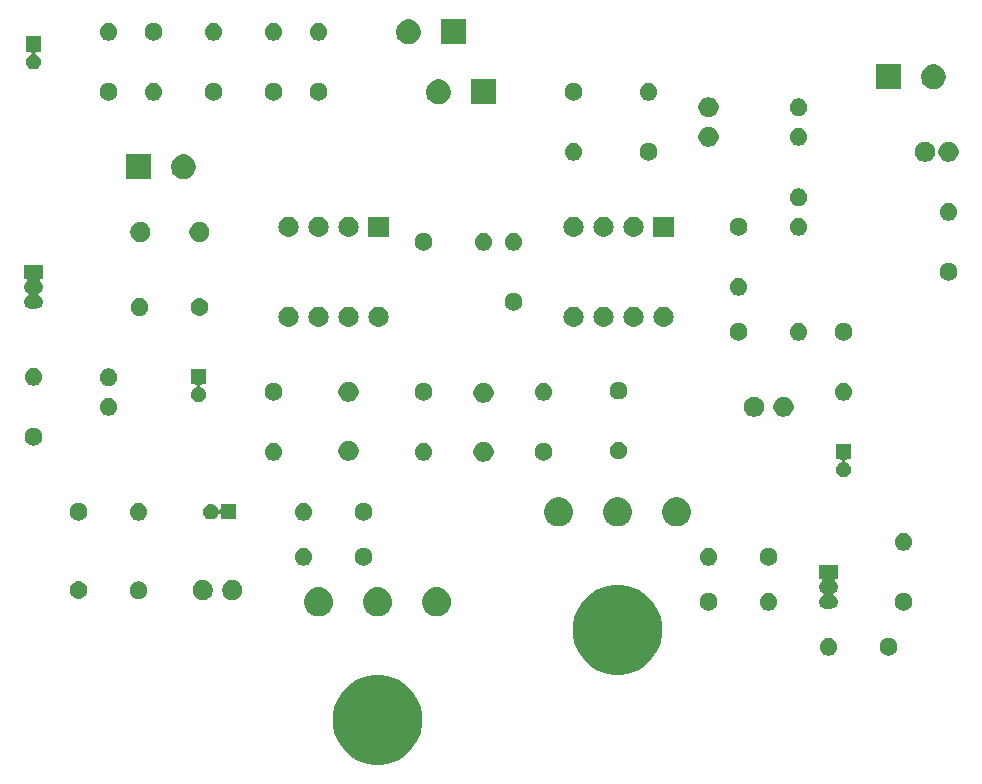
<source format=gbr>
G04 #@! TF.GenerationSoftware,KiCad,Pcbnew,5.0.2+dfsg1-1*
G04 #@! TF.CreationDate,2020-11-21T16:05:11+01:00*
G04 #@! TF.ProjectId,reverb,72657665-7262-42e6-9b69-6361645f7063,rev?*
G04 #@! TF.SameCoordinates,Original*
G04 #@! TF.FileFunction,Soldermask,Bot*
G04 #@! TF.FilePolarity,Negative*
%FSLAX46Y46*%
G04 Gerber Fmt 4.6, Leading zero omitted, Abs format (unit mm)*
G04 Created by KiCad (PCBNEW 5.0.2+dfsg1-1) date Sat 21 Nov 2020 04:05:11 PM CET*
%MOMM*%
%LPD*%
G01*
G04 APERTURE LIST*
%ADD10C,0.100000*%
G04 APERTURE END LIST*
D10*
G36*
X145808710Y-83815070D02*
X146500447Y-84101597D01*
X147122999Y-84517573D01*
X147652427Y-85047001D01*
X148068403Y-85669553D01*
X148354930Y-86361290D01*
X148501000Y-87095633D01*
X148501000Y-87844367D01*
X148354930Y-88578710D01*
X148068403Y-89270447D01*
X147652427Y-89892999D01*
X147122999Y-90422427D01*
X146500447Y-90838403D01*
X145808710Y-91124930D01*
X145074367Y-91271000D01*
X144325633Y-91271000D01*
X143591290Y-91124930D01*
X142899553Y-90838403D01*
X142277001Y-90422427D01*
X141747573Y-89892999D01*
X141331597Y-89270447D01*
X141045070Y-88578710D01*
X140899000Y-87844367D01*
X140899000Y-87095633D01*
X141045070Y-86361290D01*
X141331597Y-85669553D01*
X141747573Y-85047001D01*
X142277001Y-84517573D01*
X142899553Y-84101597D01*
X143591290Y-83815070D01*
X144325633Y-83669000D01*
X145074367Y-83669000D01*
X145808710Y-83815070D01*
X145808710Y-83815070D01*
G37*
G36*
X166128710Y-76195070D02*
X166820447Y-76481597D01*
X167442999Y-76897573D01*
X167972427Y-77427001D01*
X168388403Y-78049553D01*
X168674930Y-78741290D01*
X168821000Y-79475633D01*
X168821000Y-80224367D01*
X168674930Y-80958710D01*
X168388403Y-81650447D01*
X167972427Y-82272999D01*
X167442999Y-82802427D01*
X166820447Y-83218403D01*
X166128710Y-83504930D01*
X165394367Y-83651000D01*
X164645633Y-83651000D01*
X163911290Y-83504930D01*
X163219553Y-83218403D01*
X162597001Y-82802427D01*
X162067573Y-82272999D01*
X161651597Y-81650447D01*
X161365070Y-80958710D01*
X161219000Y-80224367D01*
X161219000Y-79475633D01*
X161365070Y-78741290D01*
X161651597Y-78049553D01*
X162067573Y-77427001D01*
X162597001Y-76897573D01*
X163219553Y-76481597D01*
X163911290Y-76195070D01*
X164645633Y-76049000D01*
X165394367Y-76049000D01*
X166128710Y-76195070D01*
X166128710Y-76195070D01*
G37*
G36*
X188033665Y-80532622D02*
X188107222Y-80539867D01*
X188248786Y-80582810D01*
X188379252Y-80652546D01*
X188493606Y-80746394D01*
X188587454Y-80860748D01*
X188657190Y-80991214D01*
X188700133Y-81132778D01*
X188714633Y-81280000D01*
X188700133Y-81427222D01*
X188657190Y-81568786D01*
X188587454Y-81699252D01*
X188493606Y-81813606D01*
X188379252Y-81907454D01*
X188248786Y-81977190D01*
X188107222Y-82020133D01*
X188033665Y-82027378D01*
X187996888Y-82031000D01*
X187923112Y-82031000D01*
X187886335Y-82027378D01*
X187812778Y-82020133D01*
X187671214Y-81977190D01*
X187540748Y-81907454D01*
X187426394Y-81813606D01*
X187332546Y-81699252D01*
X187262810Y-81568786D01*
X187219867Y-81427222D01*
X187205367Y-81280000D01*
X187219867Y-81132778D01*
X187262810Y-80991214D01*
X187332546Y-80860748D01*
X187426394Y-80746394D01*
X187540748Y-80652546D01*
X187671214Y-80582810D01*
X187812778Y-80539867D01*
X187886335Y-80532622D01*
X187923112Y-80529000D01*
X187996888Y-80529000D01*
X188033665Y-80532622D01*
X188033665Y-80532622D01*
G37*
G36*
X183008600Y-80539867D02*
X183099059Y-80557860D01*
X183235732Y-80614472D01*
X183292715Y-80652547D01*
X183358738Y-80696662D01*
X183463338Y-80801262D01*
X183463340Y-80801265D01*
X183545528Y-80924268D01*
X183602140Y-81060941D01*
X183631000Y-81206033D01*
X183631000Y-81353967D01*
X183602140Y-81499059D01*
X183545528Y-81635732D01*
X183464446Y-81757079D01*
X183463338Y-81758738D01*
X183358738Y-81863338D01*
X183358735Y-81863340D01*
X183235732Y-81945528D01*
X183099059Y-82002140D01*
X183012004Y-82019456D01*
X182953969Y-82031000D01*
X182806031Y-82031000D01*
X182747996Y-82019456D01*
X182660941Y-82002140D01*
X182524268Y-81945528D01*
X182401265Y-81863340D01*
X182401262Y-81863338D01*
X182296662Y-81758738D01*
X182295554Y-81757079D01*
X182214472Y-81635732D01*
X182157860Y-81499059D01*
X182129000Y-81353967D01*
X182129000Y-81206033D01*
X182157860Y-81060941D01*
X182214472Y-80924268D01*
X182296660Y-80801265D01*
X182296662Y-80801262D01*
X182401262Y-80696662D01*
X182467285Y-80652547D01*
X182524268Y-80614472D01*
X182660941Y-80557860D01*
X182751400Y-80539867D01*
X182806031Y-80529000D01*
X182953969Y-80529000D01*
X183008600Y-80539867D01*
X183008600Y-80539867D01*
G37*
G36*
X149898017Y-76264467D02*
X150056153Y-76295922D01*
X150148194Y-76334047D01*
X150278359Y-76387963D01*
X150478345Y-76521589D01*
X150648411Y-76691655D01*
X150782037Y-76891641D01*
X150834017Y-77017132D01*
X150874078Y-77113847D01*
X150881081Y-77149053D01*
X150921000Y-77349741D01*
X150921000Y-77590259D01*
X150897539Y-77708205D01*
X150874078Y-77826153D01*
X150847941Y-77889252D01*
X150782037Y-78048359D01*
X150648411Y-78248345D01*
X150478345Y-78418411D01*
X150278359Y-78552037D01*
X150148194Y-78605953D01*
X150056153Y-78644078D01*
X149938205Y-78667539D01*
X149820259Y-78691000D01*
X149579741Y-78691000D01*
X149343847Y-78644078D01*
X149251806Y-78605953D01*
X149121641Y-78552037D01*
X148921655Y-78418411D01*
X148751589Y-78248345D01*
X148617963Y-78048359D01*
X148552059Y-77889252D01*
X148525922Y-77826153D01*
X148479000Y-77590259D01*
X148479000Y-77349741D01*
X148518919Y-77149053D01*
X148525922Y-77113847D01*
X148565983Y-77017132D01*
X148617963Y-76891641D01*
X148751589Y-76691655D01*
X148921655Y-76521589D01*
X149121641Y-76387963D01*
X149251806Y-76334047D01*
X149343847Y-76295922D01*
X149501983Y-76264467D01*
X149579741Y-76249000D01*
X149820259Y-76249000D01*
X149898017Y-76264467D01*
X149898017Y-76264467D01*
G37*
G36*
X139898017Y-76264467D02*
X140056153Y-76295922D01*
X140148194Y-76334047D01*
X140278359Y-76387963D01*
X140478345Y-76521589D01*
X140648411Y-76691655D01*
X140782037Y-76891641D01*
X140834017Y-77017132D01*
X140874078Y-77113847D01*
X140881081Y-77149053D01*
X140921000Y-77349741D01*
X140921000Y-77590259D01*
X140897539Y-77708205D01*
X140874078Y-77826153D01*
X140847941Y-77889252D01*
X140782037Y-78048359D01*
X140648411Y-78248345D01*
X140478345Y-78418411D01*
X140278359Y-78552037D01*
X140148194Y-78605953D01*
X140056153Y-78644078D01*
X139820259Y-78691000D01*
X139579741Y-78691000D01*
X139343847Y-78644078D01*
X139251806Y-78605953D01*
X139121641Y-78552037D01*
X138921655Y-78418411D01*
X138751589Y-78248345D01*
X138617963Y-78048359D01*
X138552059Y-77889252D01*
X138525922Y-77826153D01*
X138479000Y-77590259D01*
X138479000Y-77349741D01*
X138518919Y-77149053D01*
X138525922Y-77113847D01*
X138565983Y-77017132D01*
X138617963Y-76891641D01*
X138751589Y-76691655D01*
X138921655Y-76521589D01*
X139121641Y-76387963D01*
X139251806Y-76334047D01*
X139343847Y-76295922D01*
X139501983Y-76264467D01*
X139579741Y-76249000D01*
X139820259Y-76249000D01*
X139898017Y-76264467D01*
X139898017Y-76264467D01*
G37*
G36*
X144898017Y-76264467D02*
X145056153Y-76295922D01*
X145148194Y-76334047D01*
X145278359Y-76387963D01*
X145478345Y-76521589D01*
X145648411Y-76691655D01*
X145782037Y-76891641D01*
X145834017Y-77017132D01*
X145874078Y-77113847D01*
X145881081Y-77149053D01*
X145921000Y-77349741D01*
X145921000Y-77590259D01*
X145897539Y-77708205D01*
X145874078Y-77826153D01*
X145847941Y-77889252D01*
X145782037Y-78048359D01*
X145648411Y-78248345D01*
X145478345Y-78418411D01*
X145278359Y-78552037D01*
X145148194Y-78605953D01*
X145056153Y-78644078D01*
X144938205Y-78667539D01*
X144820259Y-78691000D01*
X144579741Y-78691000D01*
X144343847Y-78644078D01*
X144251806Y-78605953D01*
X144121641Y-78552037D01*
X143921655Y-78418411D01*
X143751589Y-78248345D01*
X143617963Y-78048359D01*
X143552059Y-77889252D01*
X143525922Y-77826153D01*
X143479000Y-77590259D01*
X143479000Y-77349741D01*
X143518919Y-77149053D01*
X143525922Y-77113847D01*
X143565983Y-77017132D01*
X143617963Y-76891641D01*
X143751589Y-76691655D01*
X143921655Y-76521589D01*
X144121641Y-76387963D01*
X144251806Y-76334047D01*
X144343847Y-76295922D01*
X144501983Y-76264467D01*
X144579741Y-76249000D01*
X144820259Y-76249000D01*
X144898017Y-76264467D01*
X144898017Y-76264467D01*
G37*
G36*
X172793665Y-76722622D02*
X172867222Y-76729867D01*
X173008786Y-76772810D01*
X173139252Y-76842546D01*
X173253606Y-76936394D01*
X173347454Y-77050748D01*
X173417190Y-77181214D01*
X173460133Y-77322778D01*
X173474633Y-77470000D01*
X173460133Y-77617222D01*
X173417190Y-77758786D01*
X173347454Y-77889252D01*
X173253606Y-78003606D01*
X173139252Y-78097454D01*
X173008786Y-78167190D01*
X172867222Y-78210133D01*
X172793665Y-78217378D01*
X172756888Y-78221000D01*
X172683112Y-78221000D01*
X172646335Y-78217378D01*
X172572778Y-78210133D01*
X172431214Y-78167190D01*
X172300748Y-78097454D01*
X172186394Y-78003606D01*
X172092546Y-77889252D01*
X172022810Y-77758786D01*
X171979867Y-77617222D01*
X171965367Y-77470000D01*
X171979867Y-77322778D01*
X172022810Y-77181214D01*
X172092546Y-77050748D01*
X172186394Y-76936394D01*
X172300748Y-76842546D01*
X172431214Y-76772810D01*
X172572778Y-76729867D01*
X172646335Y-76722622D01*
X172683112Y-76719000D01*
X172756888Y-76719000D01*
X172793665Y-76722622D01*
X172793665Y-76722622D01*
G37*
G36*
X177928600Y-76729867D02*
X178019059Y-76747860D01*
X178155732Y-76804472D01*
X178212715Y-76842547D01*
X178278738Y-76886662D01*
X178383338Y-76991262D01*
X178383340Y-76991265D01*
X178465528Y-77114268D01*
X178522140Y-77250941D01*
X178551000Y-77396033D01*
X178551000Y-77543967D01*
X178522140Y-77689059D01*
X178465528Y-77825732D01*
X178384446Y-77947079D01*
X178383338Y-77948738D01*
X178278738Y-78053338D01*
X178278735Y-78053340D01*
X178155732Y-78135528D01*
X178019059Y-78192140D01*
X177932004Y-78209456D01*
X177873969Y-78221000D01*
X177726031Y-78221000D01*
X177667996Y-78209456D01*
X177580941Y-78192140D01*
X177444268Y-78135528D01*
X177321265Y-78053340D01*
X177321262Y-78053338D01*
X177216662Y-77948738D01*
X177215554Y-77947079D01*
X177134472Y-77825732D01*
X177077860Y-77689059D01*
X177049000Y-77543967D01*
X177049000Y-77396033D01*
X177077860Y-77250941D01*
X177134472Y-77114268D01*
X177216660Y-76991265D01*
X177216662Y-76991262D01*
X177321262Y-76886662D01*
X177387285Y-76842547D01*
X177444268Y-76804472D01*
X177580941Y-76747860D01*
X177671400Y-76729867D01*
X177726031Y-76719000D01*
X177873969Y-76719000D01*
X177928600Y-76729867D01*
X177928600Y-76729867D01*
G37*
G36*
X189303665Y-76722622D02*
X189377222Y-76729867D01*
X189518786Y-76772810D01*
X189649252Y-76842546D01*
X189763606Y-76936394D01*
X189857454Y-77050748D01*
X189927190Y-77181214D01*
X189970133Y-77322778D01*
X189984633Y-77470000D01*
X189970133Y-77617222D01*
X189927190Y-77758786D01*
X189857454Y-77889252D01*
X189763606Y-78003606D01*
X189649252Y-78097454D01*
X189518786Y-78167190D01*
X189377222Y-78210133D01*
X189303665Y-78217378D01*
X189266888Y-78221000D01*
X189193112Y-78221000D01*
X189156335Y-78217378D01*
X189082778Y-78210133D01*
X188941214Y-78167190D01*
X188810748Y-78097454D01*
X188696394Y-78003606D01*
X188602546Y-77889252D01*
X188532810Y-77758786D01*
X188489867Y-77617222D01*
X188475367Y-77470000D01*
X188489867Y-77322778D01*
X188532810Y-77181214D01*
X188602546Y-77050748D01*
X188696394Y-76936394D01*
X188810748Y-76842546D01*
X188941214Y-76772810D01*
X189082778Y-76729867D01*
X189156335Y-76722622D01*
X189193112Y-76719000D01*
X189266888Y-76719000D01*
X189303665Y-76722622D01*
X189303665Y-76722622D01*
G37*
G36*
X183681000Y-75506000D02*
X183516664Y-75506000D01*
X183492278Y-75508402D01*
X183468829Y-75515515D01*
X183447218Y-75527066D01*
X183428276Y-75542612D01*
X183412730Y-75561554D01*
X183401179Y-75583165D01*
X183394066Y-75606614D01*
X183391664Y-75631000D01*
X183394066Y-75655386D01*
X183401179Y-75678835D01*
X183412730Y-75700446D01*
X183437365Y-75727626D01*
X183514264Y-75790736D01*
X183586244Y-75878443D01*
X183639729Y-75978508D01*
X183672666Y-76087084D01*
X183683787Y-76200000D01*
X183672666Y-76312916D01*
X183639729Y-76421492D01*
X183639726Y-76421497D01*
X183586244Y-76521557D01*
X183514264Y-76609264D01*
X183426557Y-76681244D01*
X183345143Y-76724760D01*
X183324768Y-76738373D01*
X183307441Y-76755701D01*
X183293827Y-76776075D01*
X183284450Y-76798714D01*
X183279669Y-76822747D01*
X183279669Y-76847252D01*
X183284449Y-76871285D01*
X183293827Y-76893924D01*
X183307440Y-76914299D01*
X183324768Y-76931626D01*
X183345143Y-76945240D01*
X183426557Y-76988756D01*
X183514264Y-77060736D01*
X183586244Y-77148443D01*
X183639729Y-77248508D01*
X183672666Y-77357084D01*
X183683787Y-77470000D01*
X183672666Y-77582916D01*
X183639729Y-77691492D01*
X183586244Y-77791557D01*
X183514264Y-77879264D01*
X183426557Y-77951244D01*
X183326492Y-78004729D01*
X183217916Y-78037666D01*
X183133298Y-78046000D01*
X182626702Y-78046000D01*
X182542084Y-78037666D01*
X182433508Y-78004729D01*
X182333443Y-77951244D01*
X182245736Y-77879264D01*
X182173756Y-77791557D01*
X182120271Y-77691492D01*
X182087334Y-77582916D01*
X182076213Y-77470000D01*
X182087334Y-77357084D01*
X182120271Y-77248508D01*
X182173756Y-77148443D01*
X182245736Y-77060736D01*
X182333443Y-76988756D01*
X182414857Y-76945240D01*
X182435232Y-76931627D01*
X182452559Y-76914299D01*
X182466173Y-76893925D01*
X182475550Y-76871286D01*
X182480331Y-76847253D01*
X182480331Y-76822748D01*
X182475551Y-76798715D01*
X182466173Y-76776076D01*
X182452560Y-76755701D01*
X182435232Y-76738374D01*
X182414857Y-76724760D01*
X182333443Y-76681244D01*
X182245736Y-76609264D01*
X182173756Y-76521557D01*
X182120274Y-76421497D01*
X182120271Y-76421492D01*
X182087334Y-76312916D01*
X182076213Y-76200000D01*
X182087334Y-76087084D01*
X182120271Y-75978508D01*
X182173756Y-75878443D01*
X182245736Y-75790736D01*
X182322635Y-75727626D01*
X182339962Y-75710299D01*
X182353576Y-75689924D01*
X182362954Y-75667285D01*
X182367734Y-75643252D01*
X182367734Y-75618748D01*
X182362953Y-75594714D01*
X182353576Y-75572075D01*
X182339962Y-75551701D01*
X182322635Y-75534374D01*
X182302260Y-75520760D01*
X182279621Y-75511382D01*
X182243336Y-75506000D01*
X182079000Y-75506000D01*
X182079000Y-74354000D01*
X183681000Y-74354000D01*
X183681000Y-75506000D01*
X183681000Y-75506000D01*
G37*
G36*
X130147139Y-75665229D02*
X130302011Y-75729379D01*
X130441392Y-75822511D01*
X130559926Y-75941045D01*
X130653058Y-76080426D01*
X130717208Y-76235298D01*
X130749911Y-76399710D01*
X130749911Y-76567342D01*
X130717208Y-76731754D01*
X130653058Y-76886626D01*
X130559926Y-77026007D01*
X130441392Y-77144541D01*
X130302011Y-77237673D01*
X130147139Y-77301823D01*
X129982727Y-77334526D01*
X129815095Y-77334526D01*
X129650683Y-77301823D01*
X129495811Y-77237673D01*
X129356430Y-77144541D01*
X129237896Y-77026007D01*
X129144764Y-76886626D01*
X129080614Y-76731754D01*
X129047911Y-76567342D01*
X129047911Y-76399710D01*
X129080614Y-76235298D01*
X129144764Y-76080426D01*
X129237896Y-75941045D01*
X129356430Y-75822511D01*
X129495811Y-75729379D01*
X129650683Y-75665229D01*
X129815095Y-75632526D01*
X129982727Y-75632526D01*
X130147139Y-75665229D01*
X130147139Y-75665229D01*
G37*
G36*
X132647139Y-75665229D02*
X132802011Y-75729379D01*
X132941392Y-75822511D01*
X133059926Y-75941045D01*
X133153058Y-76080426D01*
X133217208Y-76235298D01*
X133249911Y-76399710D01*
X133249911Y-76567342D01*
X133217208Y-76731754D01*
X133153058Y-76886626D01*
X133059926Y-77026007D01*
X132941392Y-77144541D01*
X132802011Y-77237673D01*
X132647139Y-77301823D01*
X132482727Y-77334526D01*
X132315095Y-77334526D01*
X132150683Y-77301823D01*
X131995811Y-77237673D01*
X131856430Y-77144541D01*
X131737896Y-77026007D01*
X131644764Y-76886626D01*
X131580614Y-76731754D01*
X131547911Y-76567342D01*
X131547911Y-76399710D01*
X131580614Y-76235298D01*
X131644764Y-76080426D01*
X131737896Y-75941045D01*
X131856430Y-75822511D01*
X131995811Y-75729379D01*
X132150683Y-75665229D01*
X132315095Y-75632526D01*
X132482727Y-75632526D01*
X132647139Y-75665229D01*
X132647139Y-75665229D01*
G37*
G36*
X119453665Y-75736148D02*
X119527222Y-75743393D01*
X119668786Y-75786336D01*
X119799252Y-75856072D01*
X119913606Y-75949920D01*
X120007454Y-76064274D01*
X120077190Y-76194740D01*
X120120133Y-76336304D01*
X120134633Y-76483526D01*
X120120133Y-76630748D01*
X120077190Y-76772312D01*
X120007454Y-76902778D01*
X119913606Y-77017132D01*
X119799252Y-77110980D01*
X119668786Y-77180716D01*
X119527222Y-77223659D01*
X119453665Y-77230904D01*
X119416888Y-77234526D01*
X119343112Y-77234526D01*
X119306335Y-77230904D01*
X119232778Y-77223659D01*
X119091214Y-77180716D01*
X118960748Y-77110980D01*
X118846394Y-77017132D01*
X118752546Y-76902778D01*
X118682810Y-76772312D01*
X118639867Y-76630748D01*
X118625367Y-76483526D01*
X118639867Y-76336304D01*
X118682810Y-76194740D01*
X118752546Y-76064274D01*
X118846394Y-75949920D01*
X118960748Y-75856072D01*
X119091214Y-75786336D01*
X119232778Y-75743393D01*
X119306335Y-75736148D01*
X119343112Y-75732526D01*
X119416888Y-75732526D01*
X119453665Y-75736148D01*
X119453665Y-75736148D01*
G37*
G36*
X124588600Y-75743393D02*
X124679059Y-75761386D01*
X124815732Y-75817998D01*
X124872715Y-75856073D01*
X124938738Y-75900188D01*
X125043338Y-76004788D01*
X125043340Y-76004791D01*
X125125528Y-76127794D01*
X125182140Y-76264467D01*
X125191776Y-76312912D01*
X125206705Y-76387963D01*
X125211000Y-76409559D01*
X125211000Y-76557493D01*
X125182140Y-76702585D01*
X125125528Y-76839258D01*
X125075387Y-76914299D01*
X125043338Y-76962264D01*
X124938738Y-77066864D01*
X124938735Y-77066866D01*
X124815732Y-77149054D01*
X124679059Y-77205666D01*
X124592004Y-77222982D01*
X124533969Y-77234526D01*
X124386031Y-77234526D01*
X124327996Y-77222982D01*
X124240941Y-77205666D01*
X124104268Y-77149054D01*
X123981265Y-77066866D01*
X123981262Y-77066864D01*
X123876662Y-76962264D01*
X123844613Y-76914299D01*
X123794472Y-76839258D01*
X123737860Y-76702585D01*
X123709000Y-76557493D01*
X123709000Y-76409559D01*
X123713296Y-76387963D01*
X123728224Y-76312912D01*
X123737860Y-76264467D01*
X123794472Y-76127794D01*
X123876660Y-76004791D01*
X123876662Y-76004788D01*
X123981262Y-75900188D01*
X124047285Y-75856073D01*
X124104268Y-75817998D01*
X124240941Y-75761386D01*
X124331400Y-75743393D01*
X124386031Y-75732526D01*
X124533969Y-75732526D01*
X124588600Y-75743393D01*
X124588600Y-75743393D01*
G37*
G36*
X177873665Y-72912622D02*
X177947222Y-72919867D01*
X178088786Y-72962810D01*
X178219252Y-73032546D01*
X178333606Y-73126394D01*
X178427454Y-73240748D01*
X178497190Y-73371214D01*
X178540133Y-73512778D01*
X178554633Y-73660000D01*
X178540133Y-73807222D01*
X178497190Y-73948786D01*
X178427454Y-74079252D01*
X178333606Y-74193606D01*
X178219252Y-74287454D01*
X178088786Y-74357190D01*
X177947222Y-74400133D01*
X177873665Y-74407378D01*
X177836888Y-74411000D01*
X177763112Y-74411000D01*
X177726335Y-74407378D01*
X177652778Y-74400133D01*
X177511214Y-74357190D01*
X177380748Y-74287454D01*
X177266394Y-74193606D01*
X177172546Y-74079252D01*
X177102810Y-73948786D01*
X177059867Y-73807222D01*
X177045367Y-73660000D01*
X177059867Y-73512778D01*
X177102810Y-73371214D01*
X177172546Y-73240748D01*
X177266394Y-73126394D01*
X177380748Y-73032546D01*
X177511214Y-72962810D01*
X177652778Y-72919867D01*
X177726335Y-72912622D01*
X177763112Y-72909000D01*
X177836888Y-72909000D01*
X177873665Y-72912622D01*
X177873665Y-72912622D01*
G37*
G36*
X143583665Y-72912622D02*
X143657222Y-72919867D01*
X143798786Y-72962810D01*
X143929252Y-73032546D01*
X144043606Y-73126394D01*
X144137454Y-73240748D01*
X144207190Y-73371214D01*
X144250133Y-73512778D01*
X144264633Y-73660000D01*
X144250133Y-73807222D01*
X144207190Y-73948786D01*
X144137454Y-74079252D01*
X144043606Y-74193606D01*
X143929252Y-74287454D01*
X143798786Y-74357190D01*
X143657222Y-74400133D01*
X143583665Y-74407378D01*
X143546888Y-74411000D01*
X143473112Y-74411000D01*
X143436335Y-74407378D01*
X143362778Y-74400133D01*
X143221214Y-74357190D01*
X143090748Y-74287454D01*
X142976394Y-74193606D01*
X142882546Y-74079252D01*
X142812810Y-73948786D01*
X142769867Y-73807222D01*
X142755367Y-73660000D01*
X142769867Y-73512778D01*
X142812810Y-73371214D01*
X142882546Y-73240748D01*
X142976394Y-73126394D01*
X143090748Y-73032546D01*
X143221214Y-72962810D01*
X143362778Y-72919867D01*
X143436335Y-72912622D01*
X143473112Y-72909000D01*
X143546888Y-72909000D01*
X143583665Y-72912622D01*
X143583665Y-72912622D01*
G37*
G36*
X172848600Y-72919867D02*
X172939059Y-72937860D01*
X173075732Y-72994472D01*
X173132715Y-73032547D01*
X173198738Y-73076662D01*
X173303338Y-73181262D01*
X173303340Y-73181265D01*
X173385528Y-73304268D01*
X173442140Y-73440941D01*
X173471000Y-73586033D01*
X173471000Y-73733967D01*
X173442140Y-73879059D01*
X173385528Y-74015732D01*
X173304446Y-74137079D01*
X173303338Y-74138738D01*
X173198738Y-74243338D01*
X173198735Y-74243340D01*
X173075732Y-74325528D01*
X172939059Y-74382140D01*
X172852004Y-74399456D01*
X172793969Y-74411000D01*
X172646031Y-74411000D01*
X172587996Y-74399456D01*
X172500941Y-74382140D01*
X172364268Y-74325528D01*
X172241265Y-74243340D01*
X172241262Y-74243338D01*
X172136662Y-74138738D01*
X172135554Y-74137079D01*
X172054472Y-74015732D01*
X171997860Y-73879059D01*
X171969000Y-73733967D01*
X171969000Y-73586033D01*
X171997860Y-73440941D01*
X172054472Y-73304268D01*
X172136660Y-73181265D01*
X172136662Y-73181262D01*
X172241262Y-73076662D01*
X172307285Y-73032547D01*
X172364268Y-72994472D01*
X172500941Y-72937860D01*
X172591400Y-72919867D01*
X172646031Y-72909000D01*
X172793969Y-72909000D01*
X172848600Y-72919867D01*
X172848600Y-72919867D01*
G37*
G36*
X138558600Y-72919867D02*
X138649059Y-72937860D01*
X138785732Y-72994472D01*
X138842715Y-73032547D01*
X138908738Y-73076662D01*
X139013338Y-73181262D01*
X139013340Y-73181265D01*
X139095528Y-73304268D01*
X139152140Y-73440941D01*
X139181000Y-73586033D01*
X139181000Y-73733967D01*
X139152140Y-73879059D01*
X139095528Y-74015732D01*
X139014446Y-74137079D01*
X139013338Y-74138738D01*
X138908738Y-74243338D01*
X138908735Y-74243340D01*
X138785732Y-74325528D01*
X138649059Y-74382140D01*
X138562004Y-74399456D01*
X138503969Y-74411000D01*
X138356031Y-74411000D01*
X138297996Y-74399456D01*
X138210941Y-74382140D01*
X138074268Y-74325528D01*
X137951265Y-74243340D01*
X137951262Y-74243338D01*
X137846662Y-74138738D01*
X137845554Y-74137079D01*
X137764472Y-74015732D01*
X137707860Y-73879059D01*
X137679000Y-73733967D01*
X137679000Y-73586033D01*
X137707860Y-73440941D01*
X137764472Y-73304268D01*
X137846660Y-73181265D01*
X137846662Y-73181262D01*
X137951262Y-73076662D01*
X138017285Y-73032547D01*
X138074268Y-72994472D01*
X138210941Y-72937860D01*
X138301400Y-72919867D01*
X138356031Y-72909000D01*
X138503969Y-72909000D01*
X138558600Y-72919867D01*
X138558600Y-72919867D01*
G37*
G36*
X189362004Y-71650544D02*
X189449059Y-71667860D01*
X189585732Y-71724472D01*
X189585733Y-71724473D01*
X189708738Y-71806662D01*
X189813338Y-71911262D01*
X189813340Y-71911265D01*
X189895528Y-72034268D01*
X189952140Y-72170941D01*
X189981000Y-72316033D01*
X189981000Y-72463967D01*
X189952140Y-72609059D01*
X189895528Y-72745732D01*
X189895527Y-72745733D01*
X189813338Y-72868738D01*
X189708738Y-72973338D01*
X189708735Y-72973340D01*
X189585732Y-73055528D01*
X189449059Y-73112140D01*
X189362004Y-73129456D01*
X189303969Y-73141000D01*
X189156031Y-73141000D01*
X189097996Y-73129456D01*
X189010941Y-73112140D01*
X188874268Y-73055528D01*
X188751265Y-72973340D01*
X188751262Y-72973338D01*
X188646662Y-72868738D01*
X188564473Y-72745733D01*
X188564472Y-72745732D01*
X188507860Y-72609059D01*
X188479000Y-72463967D01*
X188479000Y-72316033D01*
X188507860Y-72170941D01*
X188564472Y-72034268D01*
X188646660Y-71911265D01*
X188646662Y-71911262D01*
X188751262Y-71806662D01*
X188874267Y-71724473D01*
X188874268Y-71724472D01*
X189010941Y-71667860D01*
X189097996Y-71650544D01*
X189156031Y-71639000D01*
X189303969Y-71639000D01*
X189362004Y-71650544D01*
X189362004Y-71650544D01*
G37*
G36*
X160376153Y-68675922D02*
X160468194Y-68714047D01*
X160598359Y-68767963D01*
X160798345Y-68901589D01*
X160968411Y-69071655D01*
X161102037Y-69271641D01*
X161155953Y-69401806D01*
X161194078Y-69493847D01*
X161194162Y-69494268D01*
X161241000Y-69729741D01*
X161241000Y-69970259D01*
X161226828Y-70041508D01*
X161194078Y-70206153D01*
X161169706Y-70264992D01*
X161102037Y-70428359D01*
X160968411Y-70628345D01*
X160798345Y-70798411D01*
X160598359Y-70932037D01*
X160468194Y-70985953D01*
X160376153Y-71024078D01*
X160258205Y-71047539D01*
X160140259Y-71071000D01*
X159899741Y-71071000D01*
X159781795Y-71047539D01*
X159663847Y-71024078D01*
X159571806Y-70985953D01*
X159441641Y-70932037D01*
X159241655Y-70798411D01*
X159071589Y-70628345D01*
X158937963Y-70428359D01*
X158870294Y-70264992D01*
X158845922Y-70206153D01*
X158813172Y-70041508D01*
X158799000Y-69970259D01*
X158799000Y-69729741D01*
X158845838Y-69494268D01*
X158845922Y-69493847D01*
X158884047Y-69401806D01*
X158937963Y-69271641D01*
X159071589Y-69071655D01*
X159241655Y-68901589D01*
X159441641Y-68767963D01*
X159571806Y-68714047D01*
X159663847Y-68675922D01*
X159899741Y-68629000D01*
X160140259Y-68629000D01*
X160376153Y-68675922D01*
X160376153Y-68675922D01*
G37*
G36*
X165376153Y-68675922D02*
X165468194Y-68714047D01*
X165598359Y-68767963D01*
X165798345Y-68901589D01*
X165968411Y-69071655D01*
X166102037Y-69271641D01*
X166155953Y-69401806D01*
X166194078Y-69493847D01*
X166194162Y-69494268D01*
X166241000Y-69729741D01*
X166241000Y-69970259D01*
X166226828Y-70041508D01*
X166194078Y-70206153D01*
X166169706Y-70264992D01*
X166102037Y-70428359D01*
X165968411Y-70628345D01*
X165798345Y-70798411D01*
X165598359Y-70932037D01*
X165468194Y-70985953D01*
X165376153Y-71024078D01*
X165258205Y-71047539D01*
X165140259Y-71071000D01*
X164899741Y-71071000D01*
X164781795Y-71047539D01*
X164663847Y-71024078D01*
X164571806Y-70985953D01*
X164441641Y-70932037D01*
X164241655Y-70798411D01*
X164071589Y-70628345D01*
X163937963Y-70428359D01*
X163870294Y-70264992D01*
X163845922Y-70206153D01*
X163813172Y-70041508D01*
X163799000Y-69970259D01*
X163799000Y-69729741D01*
X163845838Y-69494268D01*
X163845922Y-69493847D01*
X163884047Y-69401806D01*
X163937963Y-69271641D01*
X164071589Y-69071655D01*
X164241655Y-68901589D01*
X164441641Y-68767963D01*
X164571806Y-68714047D01*
X164663847Y-68675922D01*
X164899741Y-68629000D01*
X165140259Y-68629000D01*
X165376153Y-68675922D01*
X165376153Y-68675922D01*
G37*
G36*
X170376153Y-68675922D02*
X170468194Y-68714047D01*
X170598359Y-68767963D01*
X170798345Y-68901589D01*
X170968411Y-69071655D01*
X171102037Y-69271641D01*
X171155953Y-69401806D01*
X171194078Y-69493847D01*
X171194162Y-69494268D01*
X171241000Y-69729741D01*
X171241000Y-69970259D01*
X171226828Y-70041508D01*
X171194078Y-70206153D01*
X171169706Y-70264992D01*
X171102037Y-70428359D01*
X170968411Y-70628345D01*
X170798345Y-70798411D01*
X170598359Y-70932037D01*
X170468194Y-70985953D01*
X170376153Y-71024078D01*
X170258205Y-71047539D01*
X170140259Y-71071000D01*
X169899741Y-71071000D01*
X169781795Y-71047539D01*
X169663847Y-71024078D01*
X169571806Y-70985953D01*
X169441641Y-70932037D01*
X169241655Y-70798411D01*
X169071589Y-70628345D01*
X168937963Y-70428359D01*
X168870294Y-70264992D01*
X168845922Y-70206153D01*
X168813172Y-70041508D01*
X168799000Y-69970259D01*
X168799000Y-69729741D01*
X168845838Y-69494268D01*
X168845922Y-69493847D01*
X168884047Y-69401806D01*
X168937963Y-69271641D01*
X169071589Y-69071655D01*
X169241655Y-68901589D01*
X169441641Y-68767963D01*
X169571806Y-68714047D01*
X169663847Y-68675922D01*
X169899741Y-68629000D01*
X170140259Y-68629000D01*
X170376153Y-68675922D01*
X170376153Y-68675922D01*
G37*
G36*
X138558600Y-69109867D02*
X138649059Y-69127860D01*
X138785732Y-69184472D01*
X138842715Y-69222547D01*
X138908738Y-69266662D01*
X139013338Y-69371262D01*
X139013340Y-69371265D01*
X139095528Y-69494268D01*
X139152140Y-69630941D01*
X139181000Y-69776033D01*
X139181000Y-69923967D01*
X139152140Y-70069059D01*
X139095528Y-70205732D01*
X139014446Y-70327079D01*
X139013338Y-70328738D01*
X138908738Y-70433338D01*
X138908735Y-70433340D01*
X138785732Y-70515528D01*
X138649059Y-70572140D01*
X138562004Y-70589456D01*
X138503969Y-70601000D01*
X138356031Y-70601000D01*
X138297996Y-70589456D01*
X138210941Y-70572140D01*
X138074268Y-70515528D01*
X137951265Y-70433340D01*
X137951262Y-70433338D01*
X137846662Y-70328738D01*
X137845554Y-70327079D01*
X137764472Y-70205732D01*
X137707860Y-70069059D01*
X137679000Y-69923967D01*
X137679000Y-69776033D01*
X137707860Y-69630941D01*
X137764472Y-69494268D01*
X137846660Y-69371265D01*
X137846662Y-69371262D01*
X137951262Y-69266662D01*
X138017285Y-69222547D01*
X138074268Y-69184472D01*
X138210941Y-69127860D01*
X138301400Y-69109867D01*
X138356031Y-69099000D01*
X138503969Y-69099000D01*
X138558600Y-69109867D01*
X138558600Y-69109867D01*
G37*
G36*
X143583665Y-69102622D02*
X143657222Y-69109867D01*
X143798786Y-69152810D01*
X143929252Y-69222546D01*
X144043606Y-69316394D01*
X144137454Y-69430748D01*
X144207190Y-69561214D01*
X144250133Y-69702778D01*
X144264633Y-69850000D01*
X144250133Y-69997222D01*
X144207190Y-70138786D01*
X144137454Y-70269252D01*
X144043606Y-70383606D01*
X143929252Y-70477454D01*
X143798786Y-70547190D01*
X143657222Y-70590133D01*
X143583665Y-70597378D01*
X143546888Y-70601000D01*
X143473112Y-70601000D01*
X143436335Y-70597378D01*
X143362778Y-70590133D01*
X143221214Y-70547190D01*
X143090748Y-70477454D01*
X142976394Y-70383606D01*
X142882546Y-70269252D01*
X142812810Y-70138786D01*
X142769867Y-69997222D01*
X142755367Y-69850000D01*
X142769867Y-69702778D01*
X142812810Y-69561214D01*
X142882546Y-69430748D01*
X142976394Y-69316394D01*
X143090748Y-69222546D01*
X143221214Y-69152810D01*
X143362778Y-69109867D01*
X143436335Y-69102622D01*
X143473112Y-69099000D01*
X143546888Y-69099000D01*
X143583665Y-69102622D01*
X143583665Y-69102622D01*
G37*
G36*
X119453665Y-69102622D02*
X119527222Y-69109867D01*
X119668786Y-69152810D01*
X119799252Y-69222546D01*
X119913606Y-69316394D01*
X120007454Y-69430748D01*
X120077190Y-69561214D01*
X120120133Y-69702778D01*
X120134633Y-69850000D01*
X120120133Y-69997222D01*
X120077190Y-70138786D01*
X120007454Y-70269252D01*
X119913606Y-70383606D01*
X119799252Y-70477454D01*
X119668786Y-70547190D01*
X119527222Y-70590133D01*
X119453665Y-70597378D01*
X119416888Y-70601000D01*
X119343112Y-70601000D01*
X119306335Y-70597378D01*
X119232778Y-70590133D01*
X119091214Y-70547190D01*
X118960748Y-70477454D01*
X118846394Y-70383606D01*
X118752546Y-70269252D01*
X118682810Y-70138786D01*
X118639867Y-69997222D01*
X118625367Y-69850000D01*
X118639867Y-69702778D01*
X118682810Y-69561214D01*
X118752546Y-69430748D01*
X118846394Y-69316394D01*
X118960748Y-69222546D01*
X119091214Y-69152810D01*
X119232778Y-69109867D01*
X119306335Y-69102622D01*
X119343112Y-69099000D01*
X119416888Y-69099000D01*
X119453665Y-69102622D01*
X119453665Y-69102622D01*
G37*
G36*
X124588600Y-69109867D02*
X124679059Y-69127860D01*
X124815732Y-69184472D01*
X124872715Y-69222547D01*
X124938738Y-69266662D01*
X125043338Y-69371262D01*
X125043340Y-69371265D01*
X125125528Y-69494268D01*
X125182140Y-69630941D01*
X125211000Y-69776033D01*
X125211000Y-69923967D01*
X125182140Y-70069059D01*
X125125528Y-70205732D01*
X125044446Y-70327079D01*
X125043338Y-70328738D01*
X124938738Y-70433338D01*
X124938735Y-70433340D01*
X124815732Y-70515528D01*
X124679059Y-70572140D01*
X124592004Y-70589456D01*
X124533969Y-70601000D01*
X124386031Y-70601000D01*
X124327996Y-70589456D01*
X124240941Y-70572140D01*
X124104268Y-70515528D01*
X123981265Y-70433340D01*
X123981262Y-70433338D01*
X123876662Y-70328738D01*
X123875554Y-70327079D01*
X123794472Y-70205732D01*
X123737860Y-70069059D01*
X123709000Y-69923967D01*
X123709000Y-69776033D01*
X123737860Y-69630941D01*
X123794472Y-69494268D01*
X123876660Y-69371265D01*
X123876662Y-69371262D01*
X123981262Y-69266662D01*
X124047285Y-69222547D01*
X124104268Y-69184472D01*
X124240941Y-69127860D01*
X124331400Y-69109867D01*
X124386031Y-69099000D01*
X124533969Y-69099000D01*
X124588600Y-69109867D01*
X124588600Y-69109867D01*
G37*
G36*
X130769890Y-69224017D02*
X130888361Y-69273089D01*
X130994992Y-69344338D01*
X131085662Y-69435008D01*
X131156911Y-69541639D01*
X131188515Y-69617939D01*
X131200066Y-69639550D01*
X131215611Y-69658492D01*
X131234553Y-69674037D01*
X131256164Y-69685589D01*
X131279613Y-69692702D01*
X131303999Y-69695104D01*
X131328386Y-69692702D01*
X131351835Y-69685589D01*
X131373446Y-69674038D01*
X131392388Y-69658493D01*
X131407933Y-69639551D01*
X131419485Y-69617940D01*
X131426598Y-69594491D01*
X131429000Y-69570104D01*
X131429000Y-69199000D01*
X132731000Y-69199000D01*
X132731000Y-70501000D01*
X131429000Y-70501000D01*
X131429000Y-70129896D01*
X131426598Y-70105510D01*
X131419485Y-70082061D01*
X131407934Y-70060450D01*
X131392388Y-70041508D01*
X131373446Y-70025962D01*
X131351835Y-70014411D01*
X131328386Y-70007298D01*
X131304000Y-70004896D01*
X131279614Y-70007298D01*
X131256165Y-70014411D01*
X131234554Y-70025962D01*
X131215612Y-70041508D01*
X131200066Y-70060450D01*
X131188515Y-70082061D01*
X131156911Y-70158361D01*
X131085662Y-70264992D01*
X130994992Y-70355662D01*
X130888361Y-70426911D01*
X130769890Y-70475983D01*
X130644119Y-70501000D01*
X130515881Y-70501000D01*
X130390110Y-70475983D01*
X130271639Y-70426911D01*
X130165008Y-70355662D01*
X130074338Y-70264992D01*
X130003089Y-70158361D01*
X129954017Y-70039890D01*
X129929000Y-69914119D01*
X129929000Y-69785881D01*
X129954017Y-69660110D01*
X130003089Y-69541639D01*
X130074338Y-69435008D01*
X130165008Y-69344338D01*
X130271639Y-69273089D01*
X130390110Y-69224017D01*
X130515881Y-69199000D01*
X130644119Y-69199000D01*
X130769890Y-69224017D01*
X130769890Y-69224017D01*
G37*
G36*
X184801000Y-65421000D02*
X184429896Y-65421000D01*
X184405510Y-65423402D01*
X184382061Y-65430515D01*
X184360450Y-65442066D01*
X184341508Y-65457612D01*
X184325962Y-65476554D01*
X184314411Y-65498165D01*
X184307298Y-65521614D01*
X184304896Y-65546000D01*
X184307298Y-65570386D01*
X184314411Y-65593835D01*
X184325962Y-65615446D01*
X184341508Y-65634388D01*
X184360450Y-65649934D01*
X184382061Y-65661485D01*
X184458361Y-65693089D01*
X184564992Y-65764338D01*
X184655662Y-65855008D01*
X184726911Y-65961639D01*
X184775983Y-66080110D01*
X184801000Y-66205881D01*
X184801000Y-66334119D01*
X184775983Y-66459890D01*
X184726911Y-66578361D01*
X184655662Y-66684992D01*
X184564992Y-66775662D01*
X184458361Y-66846911D01*
X184339890Y-66895983D01*
X184214119Y-66921000D01*
X184085881Y-66921000D01*
X183960110Y-66895983D01*
X183841639Y-66846911D01*
X183735008Y-66775662D01*
X183644338Y-66684992D01*
X183573089Y-66578361D01*
X183524017Y-66459890D01*
X183499000Y-66334119D01*
X183499000Y-66205881D01*
X183524017Y-66080110D01*
X183573089Y-65961639D01*
X183644338Y-65855008D01*
X183735008Y-65764338D01*
X183841639Y-65693089D01*
X183917939Y-65661485D01*
X183939550Y-65649934D01*
X183958492Y-65634389D01*
X183974037Y-65615447D01*
X183985589Y-65593836D01*
X183992702Y-65570387D01*
X183995104Y-65546001D01*
X183992702Y-65521614D01*
X183985589Y-65498165D01*
X183974038Y-65476554D01*
X183958493Y-65457612D01*
X183939551Y-65442067D01*
X183917940Y-65430515D01*
X183894491Y-65423402D01*
X183870104Y-65421000D01*
X183499000Y-65421000D01*
X183499000Y-64119000D01*
X184801000Y-64119000D01*
X184801000Y-65421000D01*
X184801000Y-65421000D01*
G37*
G36*
X153918228Y-63951703D02*
X154073100Y-64015853D01*
X154212481Y-64108985D01*
X154331015Y-64227519D01*
X154424147Y-64366900D01*
X154488297Y-64521772D01*
X154521000Y-64686184D01*
X154521000Y-64853816D01*
X154488297Y-65018228D01*
X154424147Y-65173100D01*
X154331015Y-65312481D01*
X154212481Y-65431015D01*
X154073100Y-65524147D01*
X153918228Y-65588297D01*
X153753816Y-65621000D01*
X153586184Y-65621000D01*
X153421772Y-65588297D01*
X153266900Y-65524147D01*
X153127519Y-65431015D01*
X153008985Y-65312481D01*
X152915853Y-65173100D01*
X152851703Y-65018228D01*
X152819000Y-64853816D01*
X152819000Y-64686184D01*
X152851703Y-64521772D01*
X152915853Y-64366900D01*
X153008985Y-64227519D01*
X153127519Y-64108985D01*
X153266900Y-64015853D01*
X153421772Y-63951703D01*
X153586184Y-63919000D01*
X153753816Y-63919000D01*
X153918228Y-63951703D01*
X153918228Y-63951703D01*
G37*
G36*
X142488228Y-63871703D02*
X142643100Y-63935853D01*
X142782481Y-64028985D01*
X142901015Y-64147519D01*
X142994147Y-64286900D01*
X143058297Y-64441772D01*
X143091000Y-64606184D01*
X143091000Y-64773816D01*
X143058297Y-64938228D01*
X142994147Y-65093100D01*
X142901015Y-65232481D01*
X142782481Y-65351015D01*
X142643100Y-65444147D01*
X142488228Y-65508297D01*
X142323816Y-65541000D01*
X142156184Y-65541000D01*
X141991772Y-65508297D01*
X141836900Y-65444147D01*
X141697519Y-65351015D01*
X141578985Y-65232481D01*
X141485853Y-65093100D01*
X141421703Y-64938228D01*
X141389000Y-64773816D01*
X141389000Y-64606184D01*
X141421703Y-64441772D01*
X141485853Y-64286900D01*
X141578985Y-64147519D01*
X141697519Y-64028985D01*
X141836900Y-63935853D01*
X141991772Y-63871703D01*
X142156184Y-63839000D01*
X142323816Y-63839000D01*
X142488228Y-63871703D01*
X142488228Y-63871703D01*
G37*
G36*
X148714166Y-64028985D02*
X148809059Y-64047860D01*
X148945732Y-64104472D01*
X149002715Y-64142547D01*
X149068738Y-64186662D01*
X149173338Y-64291262D01*
X149173340Y-64291265D01*
X149255528Y-64414268D01*
X149312140Y-64550941D01*
X149341000Y-64696033D01*
X149341000Y-64843967D01*
X149312140Y-64989059D01*
X149255528Y-65125732D01*
X149184201Y-65232481D01*
X149173338Y-65248738D01*
X149068738Y-65353338D01*
X149068735Y-65353340D01*
X148945732Y-65435528D01*
X148809059Y-65492140D01*
X148722004Y-65509456D01*
X148663969Y-65521000D01*
X148516031Y-65521000D01*
X148457996Y-65509456D01*
X148370941Y-65492140D01*
X148234268Y-65435528D01*
X148111265Y-65353340D01*
X148111262Y-65353338D01*
X148006662Y-65248738D01*
X147995799Y-65232481D01*
X147924472Y-65125732D01*
X147867860Y-64989059D01*
X147839000Y-64843967D01*
X147839000Y-64696033D01*
X147867860Y-64550941D01*
X147924472Y-64414268D01*
X148006660Y-64291265D01*
X148006662Y-64291262D01*
X148111262Y-64186662D01*
X148177285Y-64142547D01*
X148234268Y-64104472D01*
X148370941Y-64047860D01*
X148465834Y-64028985D01*
X148516031Y-64019000D01*
X148663969Y-64019000D01*
X148714166Y-64028985D01*
X148714166Y-64028985D01*
G37*
G36*
X136014166Y-64028985D02*
X136109059Y-64047860D01*
X136245732Y-64104472D01*
X136302715Y-64142547D01*
X136368738Y-64186662D01*
X136473338Y-64291262D01*
X136473340Y-64291265D01*
X136555528Y-64414268D01*
X136612140Y-64550941D01*
X136641000Y-64696033D01*
X136641000Y-64843967D01*
X136612140Y-64989059D01*
X136555528Y-65125732D01*
X136484201Y-65232481D01*
X136473338Y-65248738D01*
X136368738Y-65353338D01*
X136368735Y-65353340D01*
X136245732Y-65435528D01*
X136109059Y-65492140D01*
X136022004Y-65509456D01*
X135963969Y-65521000D01*
X135816031Y-65521000D01*
X135757996Y-65509456D01*
X135670941Y-65492140D01*
X135534268Y-65435528D01*
X135411265Y-65353340D01*
X135411262Y-65353338D01*
X135306662Y-65248738D01*
X135295799Y-65232481D01*
X135224472Y-65125732D01*
X135167860Y-64989059D01*
X135139000Y-64843967D01*
X135139000Y-64696033D01*
X135167860Y-64550941D01*
X135224472Y-64414268D01*
X135306660Y-64291265D01*
X135306662Y-64291262D01*
X135411262Y-64186662D01*
X135477285Y-64142547D01*
X135534268Y-64104472D01*
X135670941Y-64047860D01*
X135765834Y-64028985D01*
X135816031Y-64019000D01*
X135963969Y-64019000D01*
X136014166Y-64028985D01*
X136014166Y-64028985D01*
G37*
G36*
X158823665Y-64022622D02*
X158897222Y-64029867D01*
X159038786Y-64072810D01*
X159169252Y-64142546D01*
X159283606Y-64236394D01*
X159377454Y-64350748D01*
X159447190Y-64481214D01*
X159490133Y-64622778D01*
X159504633Y-64770000D01*
X159490133Y-64917222D01*
X159447190Y-65058786D01*
X159377454Y-65189252D01*
X159283606Y-65303606D01*
X159169252Y-65397454D01*
X159038786Y-65467190D01*
X158897222Y-65510133D01*
X158823665Y-65517378D01*
X158786888Y-65521000D01*
X158713112Y-65521000D01*
X158676335Y-65517378D01*
X158602778Y-65510133D01*
X158461214Y-65467190D01*
X158330748Y-65397454D01*
X158216394Y-65303606D01*
X158122546Y-65189252D01*
X158052810Y-65058786D01*
X158009867Y-64917222D01*
X157995367Y-64770000D01*
X158009867Y-64622778D01*
X158052810Y-64481214D01*
X158122546Y-64350748D01*
X158216394Y-64236394D01*
X158330748Y-64142546D01*
X158461214Y-64072810D01*
X158602778Y-64029867D01*
X158676335Y-64022622D01*
X158713112Y-64019000D01*
X158786888Y-64019000D01*
X158823665Y-64022622D01*
X158823665Y-64022622D01*
G37*
G36*
X165232004Y-63934389D02*
X165319059Y-63951705D01*
X165455732Y-64008317D01*
X165577079Y-64089399D01*
X165578738Y-64090507D01*
X165683338Y-64195107D01*
X165683340Y-64195110D01*
X165765528Y-64318113D01*
X165822140Y-64454786D01*
X165851000Y-64599878D01*
X165851000Y-64747812D01*
X165822140Y-64892904D01*
X165765528Y-65029577D01*
X165765527Y-65029578D01*
X165683338Y-65152583D01*
X165578738Y-65257183D01*
X165578735Y-65257185D01*
X165455732Y-65339373D01*
X165319059Y-65395985D01*
X165232004Y-65413301D01*
X165173969Y-65424845D01*
X165026031Y-65424845D01*
X164967996Y-65413301D01*
X164880941Y-65395985D01*
X164744268Y-65339373D01*
X164621265Y-65257185D01*
X164621262Y-65257183D01*
X164516662Y-65152583D01*
X164434473Y-65029578D01*
X164434472Y-65029577D01*
X164377860Y-64892904D01*
X164349000Y-64747812D01*
X164349000Y-64599878D01*
X164377860Y-64454786D01*
X164434472Y-64318113D01*
X164516660Y-64195110D01*
X164516662Y-64195107D01*
X164621262Y-64090507D01*
X164622921Y-64089399D01*
X164744268Y-64008317D01*
X164880941Y-63951705D01*
X164967996Y-63934389D01*
X165026031Y-63922845D01*
X165173969Y-63922845D01*
X165232004Y-63934389D01*
X165232004Y-63934389D01*
G37*
G36*
X115643665Y-62752622D02*
X115717222Y-62759867D01*
X115858786Y-62802810D01*
X115989252Y-62872546D01*
X116103606Y-62966394D01*
X116197454Y-63080748D01*
X116267190Y-63211214D01*
X116310133Y-63352778D01*
X116324633Y-63500000D01*
X116310133Y-63647222D01*
X116267190Y-63788786D01*
X116197454Y-63919252D01*
X116103606Y-64033606D01*
X115989252Y-64127454D01*
X115858786Y-64197190D01*
X115717222Y-64240133D01*
X115643665Y-64247378D01*
X115606888Y-64251000D01*
X115533112Y-64251000D01*
X115496335Y-64247378D01*
X115422778Y-64240133D01*
X115281214Y-64197190D01*
X115150748Y-64127454D01*
X115036394Y-64033606D01*
X114942546Y-63919252D01*
X114872810Y-63788786D01*
X114829867Y-63647222D01*
X114815367Y-63500000D01*
X114829867Y-63352778D01*
X114872810Y-63211214D01*
X114942546Y-63080748D01*
X115036394Y-62966394D01*
X115150748Y-62872546D01*
X115281214Y-62802810D01*
X115422778Y-62759867D01*
X115496335Y-62752622D01*
X115533112Y-62749000D01*
X115606888Y-62749000D01*
X115643665Y-62752622D01*
X115643665Y-62752622D01*
G37*
G36*
X176818228Y-60141703D02*
X176973100Y-60205853D01*
X177112481Y-60298985D01*
X177231015Y-60417519D01*
X177324147Y-60556900D01*
X177388297Y-60711772D01*
X177421000Y-60876184D01*
X177421000Y-61043816D01*
X177388297Y-61208228D01*
X177324147Y-61363100D01*
X177231015Y-61502481D01*
X177112481Y-61621015D01*
X176973100Y-61714147D01*
X176818228Y-61778297D01*
X176653816Y-61811000D01*
X176486184Y-61811000D01*
X176321772Y-61778297D01*
X176166900Y-61714147D01*
X176027519Y-61621015D01*
X175908985Y-61502481D01*
X175815853Y-61363100D01*
X175751703Y-61208228D01*
X175719000Y-61043816D01*
X175719000Y-60876184D01*
X175751703Y-60711772D01*
X175815853Y-60556900D01*
X175908985Y-60417519D01*
X176027519Y-60298985D01*
X176166900Y-60205853D01*
X176321772Y-60141703D01*
X176486184Y-60109000D01*
X176653816Y-60109000D01*
X176818228Y-60141703D01*
X176818228Y-60141703D01*
G37*
G36*
X179318228Y-60141703D02*
X179473100Y-60205853D01*
X179612481Y-60298985D01*
X179731015Y-60417519D01*
X179824147Y-60556900D01*
X179888297Y-60711772D01*
X179921000Y-60876184D01*
X179921000Y-61043816D01*
X179888297Y-61208228D01*
X179824147Y-61363100D01*
X179731015Y-61502481D01*
X179612481Y-61621015D01*
X179473100Y-61714147D01*
X179318228Y-61778297D01*
X179153816Y-61811000D01*
X178986184Y-61811000D01*
X178821772Y-61778297D01*
X178666900Y-61714147D01*
X178527519Y-61621015D01*
X178408985Y-61502481D01*
X178315853Y-61363100D01*
X178251703Y-61208228D01*
X178219000Y-61043816D01*
X178219000Y-60876184D01*
X178251703Y-60711772D01*
X178315853Y-60556900D01*
X178408985Y-60417519D01*
X178527519Y-60298985D01*
X178666900Y-60205853D01*
X178821772Y-60141703D01*
X178986184Y-60109000D01*
X179153816Y-60109000D01*
X179318228Y-60141703D01*
X179318228Y-60141703D01*
G37*
G36*
X122052004Y-60220544D02*
X122139059Y-60237860D01*
X122275732Y-60294472D01*
X122367107Y-60355527D01*
X122398738Y-60376662D01*
X122503338Y-60481262D01*
X122503340Y-60481265D01*
X122585528Y-60604268D01*
X122642140Y-60740941D01*
X122671000Y-60886033D01*
X122671000Y-61033967D01*
X122642140Y-61179059D01*
X122585528Y-61315732D01*
X122585527Y-61315733D01*
X122503338Y-61438738D01*
X122398738Y-61543338D01*
X122398735Y-61543340D01*
X122275732Y-61625528D01*
X122139059Y-61682140D01*
X122052004Y-61699456D01*
X121993969Y-61711000D01*
X121846031Y-61711000D01*
X121787996Y-61699456D01*
X121700941Y-61682140D01*
X121564268Y-61625528D01*
X121441265Y-61543340D01*
X121441262Y-61543338D01*
X121336662Y-61438738D01*
X121254473Y-61315733D01*
X121254472Y-61315732D01*
X121197860Y-61179059D01*
X121169000Y-61033967D01*
X121169000Y-60886033D01*
X121197860Y-60740941D01*
X121254472Y-60604268D01*
X121336660Y-60481265D01*
X121336662Y-60481262D01*
X121441262Y-60376662D01*
X121472893Y-60355527D01*
X121564268Y-60294472D01*
X121700941Y-60237860D01*
X121787996Y-60220544D01*
X121846031Y-60209000D01*
X121993969Y-60209000D01*
X122052004Y-60220544D01*
X122052004Y-60220544D01*
G37*
G36*
X153918228Y-58951703D02*
X154073100Y-59015853D01*
X154212481Y-59108985D01*
X154331015Y-59227519D01*
X154424147Y-59366900D01*
X154488297Y-59521772D01*
X154521000Y-59686184D01*
X154521000Y-59853816D01*
X154488297Y-60018228D01*
X154424147Y-60173100D01*
X154331015Y-60312481D01*
X154212481Y-60431015D01*
X154073100Y-60524147D01*
X153918228Y-60588297D01*
X153753816Y-60621000D01*
X153586184Y-60621000D01*
X153421772Y-60588297D01*
X153266900Y-60524147D01*
X153127519Y-60431015D01*
X153008985Y-60312481D01*
X152915853Y-60173100D01*
X152851703Y-60018228D01*
X152819000Y-59853816D01*
X152819000Y-59686184D01*
X152851703Y-59521772D01*
X152915853Y-59366900D01*
X153008985Y-59227519D01*
X153127519Y-59108985D01*
X153266900Y-59015853D01*
X153421772Y-58951703D01*
X153586184Y-58919000D01*
X153753816Y-58919000D01*
X153918228Y-58951703D01*
X153918228Y-58951703D01*
G37*
G36*
X130191000Y-59071000D02*
X129819896Y-59071000D01*
X129795510Y-59073402D01*
X129772061Y-59080515D01*
X129750450Y-59092066D01*
X129731508Y-59107612D01*
X129715962Y-59126554D01*
X129704411Y-59148165D01*
X129697298Y-59171614D01*
X129694896Y-59196000D01*
X129697298Y-59220386D01*
X129704411Y-59243835D01*
X129715962Y-59265446D01*
X129731508Y-59284388D01*
X129750450Y-59299934D01*
X129772061Y-59311485D01*
X129848361Y-59343089D01*
X129848364Y-59343091D01*
X129883997Y-59366900D01*
X129954992Y-59414338D01*
X130045662Y-59505008D01*
X130045664Y-59505011D01*
X130045665Y-59505012D01*
X130070899Y-59542778D01*
X130116911Y-59611639D01*
X130165983Y-59730110D01*
X130191000Y-59855881D01*
X130191000Y-59984119D01*
X130165983Y-60109890D01*
X130116911Y-60228361D01*
X130116909Y-60228364D01*
X130057382Y-60317453D01*
X130045662Y-60334992D01*
X129954992Y-60425662D01*
X129954989Y-60425664D01*
X129954988Y-60425665D01*
X129871781Y-60481262D01*
X129848361Y-60496911D01*
X129729890Y-60545983D01*
X129604119Y-60571000D01*
X129475881Y-60571000D01*
X129350110Y-60545983D01*
X129231639Y-60496911D01*
X129208219Y-60481262D01*
X129125012Y-60425665D01*
X129125011Y-60425664D01*
X129125008Y-60425662D01*
X129034338Y-60334992D01*
X129022619Y-60317453D01*
X128963091Y-60228364D01*
X128963089Y-60228361D01*
X128914017Y-60109890D01*
X128889000Y-59984119D01*
X128889000Y-59855881D01*
X128914017Y-59730110D01*
X128963089Y-59611639D01*
X129009101Y-59542778D01*
X129034335Y-59505012D01*
X129034336Y-59505011D01*
X129034338Y-59505008D01*
X129125008Y-59414338D01*
X129196004Y-59366900D01*
X129231636Y-59343091D01*
X129231639Y-59343089D01*
X129307939Y-59311485D01*
X129329550Y-59299934D01*
X129348492Y-59284389D01*
X129364037Y-59265447D01*
X129375589Y-59243836D01*
X129382702Y-59220387D01*
X129385104Y-59196001D01*
X129382702Y-59171614D01*
X129375589Y-59148165D01*
X129364038Y-59126554D01*
X129348493Y-59107612D01*
X129329551Y-59092067D01*
X129307940Y-59080515D01*
X129284491Y-59073402D01*
X129260104Y-59071000D01*
X128889000Y-59071000D01*
X128889000Y-57769000D01*
X130191000Y-57769000D01*
X130191000Y-59071000D01*
X130191000Y-59071000D01*
G37*
G36*
X142488228Y-58871703D02*
X142643100Y-58935853D01*
X142782481Y-59028985D01*
X142901015Y-59147519D01*
X142994147Y-59286900D01*
X143058297Y-59441772D01*
X143091000Y-59606184D01*
X143091000Y-59773816D01*
X143058297Y-59938228D01*
X142994147Y-60093100D01*
X142901015Y-60232481D01*
X142782481Y-60351015D01*
X142643100Y-60444147D01*
X142488228Y-60508297D01*
X142323816Y-60541000D01*
X142156184Y-60541000D01*
X141991772Y-60508297D01*
X141836900Y-60444147D01*
X141697519Y-60351015D01*
X141578985Y-60232481D01*
X141485853Y-60093100D01*
X141421703Y-59938228D01*
X141389000Y-59773816D01*
X141389000Y-59606184D01*
X141421703Y-59441772D01*
X141485853Y-59286900D01*
X141578985Y-59147519D01*
X141697519Y-59028985D01*
X141836900Y-58935853D01*
X141991772Y-58871703D01*
X142156184Y-58839000D01*
X142323816Y-58839000D01*
X142488228Y-58871703D01*
X142488228Y-58871703D01*
G37*
G36*
X148663665Y-58942622D02*
X148737222Y-58949867D01*
X148878786Y-58992810D01*
X149009252Y-59062546D01*
X149123606Y-59156394D01*
X149217454Y-59270748D01*
X149287190Y-59401214D01*
X149330133Y-59542778D01*
X149344633Y-59690000D01*
X149330133Y-59837222D01*
X149287190Y-59978786D01*
X149217454Y-60109252D01*
X149123606Y-60223606D01*
X149009252Y-60317454D01*
X148878786Y-60387190D01*
X148737222Y-60430133D01*
X148663665Y-60437378D01*
X148626888Y-60441000D01*
X148553112Y-60441000D01*
X148516335Y-60437378D01*
X148442778Y-60430133D01*
X148301214Y-60387190D01*
X148170748Y-60317454D01*
X148056394Y-60223606D01*
X147962546Y-60109252D01*
X147892810Y-59978786D01*
X147849867Y-59837222D01*
X147835367Y-59690000D01*
X147849867Y-59542778D01*
X147892810Y-59401214D01*
X147962546Y-59270748D01*
X148056394Y-59156394D01*
X148170748Y-59062546D01*
X148301214Y-58992810D01*
X148442778Y-58949867D01*
X148516335Y-58942622D01*
X148553112Y-58939000D01*
X148626888Y-58939000D01*
X148663665Y-58942622D01*
X148663665Y-58942622D01*
G37*
G36*
X184278600Y-58949867D02*
X184369059Y-58967860D01*
X184505732Y-59024472D01*
X184606895Y-59092067D01*
X184628738Y-59106662D01*
X184733338Y-59211262D01*
X184733340Y-59211265D01*
X184815528Y-59334268D01*
X184872140Y-59470941D01*
X184886429Y-59542778D01*
X184900126Y-59611636D01*
X184901000Y-59616033D01*
X184901000Y-59763967D01*
X184872140Y-59909059D01*
X184815528Y-60045732D01*
X184734446Y-60167079D01*
X184733338Y-60168738D01*
X184628738Y-60273338D01*
X184628735Y-60273340D01*
X184505732Y-60355528D01*
X184369059Y-60412140D01*
X184282004Y-60429456D01*
X184223969Y-60441000D01*
X184076031Y-60441000D01*
X184017996Y-60429456D01*
X183930941Y-60412140D01*
X183794268Y-60355528D01*
X183671265Y-60273340D01*
X183671262Y-60273338D01*
X183566662Y-60168738D01*
X183565554Y-60167079D01*
X183484472Y-60045732D01*
X183427860Y-59909059D01*
X183399000Y-59763967D01*
X183399000Y-59616033D01*
X183399875Y-59611636D01*
X183413571Y-59542778D01*
X183427860Y-59470941D01*
X183484472Y-59334268D01*
X183566660Y-59211265D01*
X183566662Y-59211262D01*
X183671262Y-59106662D01*
X183693105Y-59092067D01*
X183794268Y-59024472D01*
X183930941Y-58967860D01*
X184021400Y-58949867D01*
X184076031Y-58939000D01*
X184223969Y-58939000D01*
X184278600Y-58949867D01*
X184278600Y-58949867D01*
G37*
G36*
X158878600Y-58949867D02*
X158969059Y-58967860D01*
X159105732Y-59024472D01*
X159206895Y-59092067D01*
X159228738Y-59106662D01*
X159333338Y-59211262D01*
X159333340Y-59211265D01*
X159415528Y-59334268D01*
X159472140Y-59470941D01*
X159486429Y-59542778D01*
X159500126Y-59611636D01*
X159501000Y-59616033D01*
X159501000Y-59763967D01*
X159472140Y-59909059D01*
X159415528Y-60045732D01*
X159334446Y-60167079D01*
X159333338Y-60168738D01*
X159228738Y-60273338D01*
X159228735Y-60273340D01*
X159105732Y-60355528D01*
X158969059Y-60412140D01*
X158882004Y-60429456D01*
X158823969Y-60441000D01*
X158676031Y-60441000D01*
X158617996Y-60429456D01*
X158530941Y-60412140D01*
X158394268Y-60355528D01*
X158271265Y-60273340D01*
X158271262Y-60273338D01*
X158166662Y-60168738D01*
X158165554Y-60167079D01*
X158084472Y-60045732D01*
X158027860Y-59909059D01*
X157999000Y-59763967D01*
X157999000Y-59616033D01*
X157999875Y-59611636D01*
X158013571Y-59542778D01*
X158027860Y-59470941D01*
X158084472Y-59334268D01*
X158166660Y-59211265D01*
X158166662Y-59211262D01*
X158271262Y-59106662D01*
X158293105Y-59092067D01*
X158394268Y-59024472D01*
X158530941Y-58967860D01*
X158621400Y-58949867D01*
X158676031Y-58939000D01*
X158823969Y-58939000D01*
X158878600Y-58949867D01*
X158878600Y-58949867D01*
G37*
G36*
X135963665Y-58942622D02*
X136037222Y-58949867D01*
X136178786Y-58992810D01*
X136309252Y-59062546D01*
X136423606Y-59156394D01*
X136517454Y-59270748D01*
X136587190Y-59401214D01*
X136630133Y-59542778D01*
X136644633Y-59690000D01*
X136630133Y-59837222D01*
X136587190Y-59978786D01*
X136517454Y-60109252D01*
X136423606Y-60223606D01*
X136309252Y-60317454D01*
X136178786Y-60387190D01*
X136037222Y-60430133D01*
X135963665Y-60437378D01*
X135926888Y-60441000D01*
X135853112Y-60441000D01*
X135816335Y-60437378D01*
X135742778Y-60430133D01*
X135601214Y-60387190D01*
X135470748Y-60317454D01*
X135356394Y-60223606D01*
X135262546Y-60109252D01*
X135192810Y-59978786D01*
X135149867Y-59837222D01*
X135135367Y-59690000D01*
X135149867Y-59542778D01*
X135192810Y-59401214D01*
X135262546Y-59270748D01*
X135356394Y-59156394D01*
X135470748Y-59062546D01*
X135601214Y-58992810D01*
X135742778Y-58949867D01*
X135816335Y-58942622D01*
X135853112Y-58939000D01*
X135926888Y-58939000D01*
X135963665Y-58942622D01*
X135963665Y-58942622D01*
G37*
G36*
X165173665Y-58846467D02*
X165247222Y-58853712D01*
X165388786Y-58896655D01*
X165519252Y-58966391D01*
X165633606Y-59060239D01*
X165727454Y-59174593D01*
X165797190Y-59305059D01*
X165840133Y-59446623D01*
X165854633Y-59593845D01*
X165840133Y-59741067D01*
X165797190Y-59882631D01*
X165727454Y-60013097D01*
X165633606Y-60127451D01*
X165519252Y-60221299D01*
X165388786Y-60291035D01*
X165247222Y-60333978D01*
X165173665Y-60341223D01*
X165136888Y-60344845D01*
X165063112Y-60344845D01*
X165026335Y-60341223D01*
X164952778Y-60333978D01*
X164811214Y-60291035D01*
X164680748Y-60221299D01*
X164566394Y-60127451D01*
X164472546Y-60013097D01*
X164402810Y-59882631D01*
X164359867Y-59741067D01*
X164345367Y-59593845D01*
X164359867Y-59446623D01*
X164402810Y-59305059D01*
X164472546Y-59174593D01*
X164566394Y-59060239D01*
X164680748Y-58966391D01*
X164811214Y-58896655D01*
X164952778Y-58853712D01*
X165026335Y-58846467D01*
X165063112Y-58842845D01*
X165136888Y-58842845D01*
X165173665Y-58846467D01*
X165173665Y-58846467D01*
G37*
G36*
X122052004Y-57720544D02*
X122139059Y-57737860D01*
X122275732Y-57794472D01*
X122275733Y-57794473D01*
X122398738Y-57876662D01*
X122503338Y-57981262D01*
X122503340Y-57981265D01*
X122585528Y-58104268D01*
X122642140Y-58240941D01*
X122671000Y-58386033D01*
X122671000Y-58533967D01*
X122642140Y-58679059D01*
X122585528Y-58815732D01*
X122505266Y-58935853D01*
X122503338Y-58938738D01*
X122398738Y-59043338D01*
X122398735Y-59043340D01*
X122275732Y-59125528D01*
X122139059Y-59182140D01*
X122052004Y-59199456D01*
X121993969Y-59211000D01*
X121846031Y-59211000D01*
X121787996Y-59199456D01*
X121700941Y-59182140D01*
X121564268Y-59125528D01*
X121441265Y-59043340D01*
X121441262Y-59043338D01*
X121336662Y-58938738D01*
X121334734Y-58935853D01*
X121254472Y-58815732D01*
X121197860Y-58679059D01*
X121169000Y-58533967D01*
X121169000Y-58386033D01*
X121197860Y-58240941D01*
X121254472Y-58104268D01*
X121336660Y-57981265D01*
X121336662Y-57981262D01*
X121441262Y-57876662D01*
X121564267Y-57794473D01*
X121564268Y-57794472D01*
X121700941Y-57737860D01*
X121787996Y-57720544D01*
X121846031Y-57709000D01*
X121993969Y-57709000D01*
X122052004Y-57720544D01*
X122052004Y-57720544D01*
G37*
G36*
X115702004Y-57680544D02*
X115789059Y-57697860D01*
X115925732Y-57754472D01*
X116047079Y-57835554D01*
X116048738Y-57836662D01*
X116153338Y-57941262D01*
X116153340Y-57941265D01*
X116235528Y-58064268D01*
X116292140Y-58200941D01*
X116321000Y-58346033D01*
X116321000Y-58493967D01*
X116292140Y-58639059D01*
X116235528Y-58775732D01*
X116154730Y-58896655D01*
X116153338Y-58898738D01*
X116048738Y-59003338D01*
X116048735Y-59003340D01*
X115925732Y-59085528D01*
X115789059Y-59142140D01*
X115702004Y-59159456D01*
X115643969Y-59171000D01*
X115496031Y-59171000D01*
X115437996Y-59159456D01*
X115350941Y-59142140D01*
X115214268Y-59085528D01*
X115091265Y-59003340D01*
X115091262Y-59003338D01*
X114986662Y-58898738D01*
X114985270Y-58896655D01*
X114904472Y-58775732D01*
X114847860Y-58639059D01*
X114819000Y-58493967D01*
X114819000Y-58346033D01*
X114847860Y-58200941D01*
X114904472Y-58064268D01*
X114986660Y-57941265D01*
X114986662Y-57941262D01*
X115091262Y-57836662D01*
X115092921Y-57835554D01*
X115214268Y-57754472D01*
X115350941Y-57697860D01*
X115437996Y-57680544D01*
X115496031Y-57669000D01*
X115643969Y-57669000D01*
X115702004Y-57680544D01*
X115702004Y-57680544D01*
G37*
G36*
X184223665Y-53862622D02*
X184297222Y-53869867D01*
X184438786Y-53912810D01*
X184569252Y-53982546D01*
X184683606Y-54076394D01*
X184777454Y-54190748D01*
X184847190Y-54321214D01*
X184890133Y-54462778D01*
X184904633Y-54610000D01*
X184890133Y-54757222D01*
X184847190Y-54898786D01*
X184777454Y-55029252D01*
X184683606Y-55143606D01*
X184569252Y-55237454D01*
X184438786Y-55307190D01*
X184297222Y-55350133D01*
X184223665Y-55357378D01*
X184186888Y-55361000D01*
X184113112Y-55361000D01*
X184076335Y-55357378D01*
X184002778Y-55350133D01*
X183861214Y-55307190D01*
X183730748Y-55237454D01*
X183616394Y-55143606D01*
X183522546Y-55029252D01*
X183452810Y-54898786D01*
X183409867Y-54757222D01*
X183395367Y-54610000D01*
X183409867Y-54462778D01*
X183452810Y-54321214D01*
X183522546Y-54190748D01*
X183616394Y-54076394D01*
X183730748Y-53982546D01*
X183861214Y-53912810D01*
X184002778Y-53869867D01*
X184076335Y-53862622D01*
X184113112Y-53859000D01*
X184186888Y-53859000D01*
X184223665Y-53862622D01*
X184223665Y-53862622D01*
G37*
G36*
X175333665Y-53862622D02*
X175407222Y-53869867D01*
X175548786Y-53912810D01*
X175679252Y-53982546D01*
X175793606Y-54076394D01*
X175887454Y-54190748D01*
X175957190Y-54321214D01*
X176000133Y-54462778D01*
X176014633Y-54610000D01*
X176000133Y-54757222D01*
X175957190Y-54898786D01*
X175887454Y-55029252D01*
X175793606Y-55143606D01*
X175679252Y-55237454D01*
X175548786Y-55307190D01*
X175407222Y-55350133D01*
X175333665Y-55357378D01*
X175296888Y-55361000D01*
X175223112Y-55361000D01*
X175186335Y-55357378D01*
X175112778Y-55350133D01*
X174971214Y-55307190D01*
X174840748Y-55237454D01*
X174726394Y-55143606D01*
X174632546Y-55029252D01*
X174562810Y-54898786D01*
X174519867Y-54757222D01*
X174505367Y-54610000D01*
X174519867Y-54462778D01*
X174562810Y-54321214D01*
X174632546Y-54190748D01*
X174726394Y-54076394D01*
X174840748Y-53982546D01*
X174971214Y-53912810D01*
X175112778Y-53869867D01*
X175186335Y-53862622D01*
X175223112Y-53859000D01*
X175296888Y-53859000D01*
X175333665Y-53862622D01*
X175333665Y-53862622D01*
G37*
G36*
X180468600Y-53869867D02*
X180559059Y-53887860D01*
X180695732Y-53944472D01*
X180752715Y-53982547D01*
X180818738Y-54026662D01*
X180923338Y-54131262D01*
X180923340Y-54131265D01*
X181005528Y-54254268D01*
X181062140Y-54390941D01*
X181091000Y-54536033D01*
X181091000Y-54683967D01*
X181062140Y-54829059D01*
X181005528Y-54965732D01*
X180924446Y-55087079D01*
X180923338Y-55088738D01*
X180818738Y-55193338D01*
X180818735Y-55193340D01*
X180695732Y-55275528D01*
X180559059Y-55332140D01*
X180472004Y-55349456D01*
X180413969Y-55361000D01*
X180266031Y-55361000D01*
X180207996Y-55349456D01*
X180120941Y-55332140D01*
X179984268Y-55275528D01*
X179861265Y-55193340D01*
X179861262Y-55193338D01*
X179756662Y-55088738D01*
X179755554Y-55087079D01*
X179674472Y-54965732D01*
X179617860Y-54829059D01*
X179589000Y-54683967D01*
X179589000Y-54536033D01*
X179617860Y-54390941D01*
X179674472Y-54254268D01*
X179756660Y-54131265D01*
X179756662Y-54131262D01*
X179861262Y-54026662D01*
X179927285Y-53982547D01*
X179984268Y-53944472D01*
X180120941Y-53887860D01*
X180211400Y-53869867D01*
X180266031Y-53859000D01*
X180413969Y-53859000D01*
X180468600Y-53869867D01*
X180468600Y-53869867D01*
G37*
G36*
X142406821Y-52501313D02*
X142406824Y-52501314D01*
X142406825Y-52501314D01*
X142567239Y-52549975D01*
X142567241Y-52549976D01*
X142567244Y-52549977D01*
X142715078Y-52628995D01*
X142844659Y-52735341D01*
X142951005Y-52864922D01*
X143030023Y-53012756D01*
X143030024Y-53012759D01*
X143030025Y-53012761D01*
X143070339Y-53145658D01*
X143078687Y-53173179D01*
X143095117Y-53340000D01*
X143078687Y-53506821D01*
X143030023Y-53667244D01*
X142951005Y-53815078D01*
X142844659Y-53944659D01*
X142715078Y-54051005D01*
X142567244Y-54130023D01*
X142567241Y-54130024D01*
X142567239Y-54130025D01*
X142406825Y-54178686D01*
X142406824Y-54178686D01*
X142406821Y-54178687D01*
X142281804Y-54191000D01*
X142198196Y-54191000D01*
X142073179Y-54178687D01*
X142073176Y-54178686D01*
X142073175Y-54178686D01*
X141912761Y-54130025D01*
X141912759Y-54130024D01*
X141912756Y-54130023D01*
X141764922Y-54051005D01*
X141635341Y-53944659D01*
X141528995Y-53815078D01*
X141449977Y-53667244D01*
X141401313Y-53506821D01*
X141384883Y-53340000D01*
X141401313Y-53173179D01*
X141409661Y-53145658D01*
X141449975Y-53012761D01*
X141449976Y-53012759D01*
X141449977Y-53012756D01*
X141528995Y-52864922D01*
X141635341Y-52735341D01*
X141764922Y-52628995D01*
X141912756Y-52549977D01*
X141912759Y-52549976D01*
X141912761Y-52549975D01*
X142073175Y-52501314D01*
X142073176Y-52501314D01*
X142073179Y-52501313D01*
X142198196Y-52489000D01*
X142281804Y-52489000D01*
X142406821Y-52501313D01*
X142406821Y-52501313D01*
G37*
G36*
X139866821Y-52501313D02*
X139866824Y-52501314D01*
X139866825Y-52501314D01*
X140027239Y-52549975D01*
X140027241Y-52549976D01*
X140027244Y-52549977D01*
X140175078Y-52628995D01*
X140304659Y-52735341D01*
X140411005Y-52864922D01*
X140490023Y-53012756D01*
X140490024Y-53012759D01*
X140490025Y-53012761D01*
X140530339Y-53145658D01*
X140538687Y-53173179D01*
X140555117Y-53340000D01*
X140538687Y-53506821D01*
X140490023Y-53667244D01*
X140411005Y-53815078D01*
X140304659Y-53944659D01*
X140175078Y-54051005D01*
X140027244Y-54130023D01*
X140027241Y-54130024D01*
X140027239Y-54130025D01*
X139866825Y-54178686D01*
X139866824Y-54178686D01*
X139866821Y-54178687D01*
X139741804Y-54191000D01*
X139658196Y-54191000D01*
X139533179Y-54178687D01*
X139533176Y-54178686D01*
X139533175Y-54178686D01*
X139372761Y-54130025D01*
X139372759Y-54130024D01*
X139372756Y-54130023D01*
X139224922Y-54051005D01*
X139095341Y-53944659D01*
X138988995Y-53815078D01*
X138909977Y-53667244D01*
X138861313Y-53506821D01*
X138844883Y-53340000D01*
X138861313Y-53173179D01*
X138869661Y-53145658D01*
X138909975Y-53012761D01*
X138909976Y-53012759D01*
X138909977Y-53012756D01*
X138988995Y-52864922D01*
X139095341Y-52735341D01*
X139224922Y-52628995D01*
X139372756Y-52549977D01*
X139372759Y-52549976D01*
X139372761Y-52549975D01*
X139533175Y-52501314D01*
X139533176Y-52501314D01*
X139533179Y-52501313D01*
X139658196Y-52489000D01*
X139741804Y-52489000D01*
X139866821Y-52501313D01*
X139866821Y-52501313D01*
G37*
G36*
X137326821Y-52501313D02*
X137326824Y-52501314D01*
X137326825Y-52501314D01*
X137487239Y-52549975D01*
X137487241Y-52549976D01*
X137487244Y-52549977D01*
X137635078Y-52628995D01*
X137764659Y-52735341D01*
X137871005Y-52864922D01*
X137950023Y-53012756D01*
X137950024Y-53012759D01*
X137950025Y-53012761D01*
X137990339Y-53145658D01*
X137998687Y-53173179D01*
X138015117Y-53340000D01*
X137998687Y-53506821D01*
X137950023Y-53667244D01*
X137871005Y-53815078D01*
X137764659Y-53944659D01*
X137635078Y-54051005D01*
X137487244Y-54130023D01*
X137487241Y-54130024D01*
X137487239Y-54130025D01*
X137326825Y-54178686D01*
X137326824Y-54178686D01*
X137326821Y-54178687D01*
X137201804Y-54191000D01*
X137118196Y-54191000D01*
X136993179Y-54178687D01*
X136993176Y-54178686D01*
X136993175Y-54178686D01*
X136832761Y-54130025D01*
X136832759Y-54130024D01*
X136832756Y-54130023D01*
X136684922Y-54051005D01*
X136555341Y-53944659D01*
X136448995Y-53815078D01*
X136369977Y-53667244D01*
X136321313Y-53506821D01*
X136304883Y-53340000D01*
X136321313Y-53173179D01*
X136329661Y-53145658D01*
X136369975Y-53012761D01*
X136369976Y-53012759D01*
X136369977Y-53012756D01*
X136448995Y-52864922D01*
X136555341Y-52735341D01*
X136684922Y-52628995D01*
X136832756Y-52549977D01*
X136832759Y-52549976D01*
X136832761Y-52549975D01*
X136993175Y-52501314D01*
X136993176Y-52501314D01*
X136993179Y-52501313D01*
X137118196Y-52489000D01*
X137201804Y-52489000D01*
X137326821Y-52501313D01*
X137326821Y-52501313D01*
G37*
G36*
X161456821Y-52501313D02*
X161456824Y-52501314D01*
X161456825Y-52501314D01*
X161617239Y-52549975D01*
X161617241Y-52549976D01*
X161617244Y-52549977D01*
X161765078Y-52628995D01*
X161894659Y-52735341D01*
X162001005Y-52864922D01*
X162080023Y-53012756D01*
X162080024Y-53012759D01*
X162080025Y-53012761D01*
X162120339Y-53145658D01*
X162128687Y-53173179D01*
X162145117Y-53340000D01*
X162128687Y-53506821D01*
X162080023Y-53667244D01*
X162001005Y-53815078D01*
X161894659Y-53944659D01*
X161765078Y-54051005D01*
X161617244Y-54130023D01*
X161617241Y-54130024D01*
X161617239Y-54130025D01*
X161456825Y-54178686D01*
X161456824Y-54178686D01*
X161456821Y-54178687D01*
X161331804Y-54191000D01*
X161248196Y-54191000D01*
X161123179Y-54178687D01*
X161123176Y-54178686D01*
X161123175Y-54178686D01*
X160962761Y-54130025D01*
X160962759Y-54130024D01*
X160962756Y-54130023D01*
X160814922Y-54051005D01*
X160685341Y-53944659D01*
X160578995Y-53815078D01*
X160499977Y-53667244D01*
X160451313Y-53506821D01*
X160434883Y-53340000D01*
X160451313Y-53173179D01*
X160459661Y-53145658D01*
X160499975Y-53012761D01*
X160499976Y-53012759D01*
X160499977Y-53012756D01*
X160578995Y-52864922D01*
X160685341Y-52735341D01*
X160814922Y-52628995D01*
X160962756Y-52549977D01*
X160962759Y-52549976D01*
X160962761Y-52549975D01*
X161123175Y-52501314D01*
X161123176Y-52501314D01*
X161123179Y-52501313D01*
X161248196Y-52489000D01*
X161331804Y-52489000D01*
X161456821Y-52501313D01*
X161456821Y-52501313D01*
G37*
G36*
X169076821Y-52501313D02*
X169076824Y-52501314D01*
X169076825Y-52501314D01*
X169237239Y-52549975D01*
X169237241Y-52549976D01*
X169237244Y-52549977D01*
X169385078Y-52628995D01*
X169514659Y-52735341D01*
X169621005Y-52864922D01*
X169700023Y-53012756D01*
X169700024Y-53012759D01*
X169700025Y-53012761D01*
X169740339Y-53145658D01*
X169748687Y-53173179D01*
X169765117Y-53340000D01*
X169748687Y-53506821D01*
X169700023Y-53667244D01*
X169621005Y-53815078D01*
X169514659Y-53944659D01*
X169385078Y-54051005D01*
X169237244Y-54130023D01*
X169237241Y-54130024D01*
X169237239Y-54130025D01*
X169076825Y-54178686D01*
X169076824Y-54178686D01*
X169076821Y-54178687D01*
X168951804Y-54191000D01*
X168868196Y-54191000D01*
X168743179Y-54178687D01*
X168743176Y-54178686D01*
X168743175Y-54178686D01*
X168582761Y-54130025D01*
X168582759Y-54130024D01*
X168582756Y-54130023D01*
X168434922Y-54051005D01*
X168305341Y-53944659D01*
X168198995Y-53815078D01*
X168119977Y-53667244D01*
X168071313Y-53506821D01*
X168054883Y-53340000D01*
X168071313Y-53173179D01*
X168079661Y-53145658D01*
X168119975Y-53012761D01*
X168119976Y-53012759D01*
X168119977Y-53012756D01*
X168198995Y-52864922D01*
X168305341Y-52735341D01*
X168434922Y-52628995D01*
X168582756Y-52549977D01*
X168582759Y-52549976D01*
X168582761Y-52549975D01*
X168743175Y-52501314D01*
X168743176Y-52501314D01*
X168743179Y-52501313D01*
X168868196Y-52489000D01*
X168951804Y-52489000D01*
X169076821Y-52501313D01*
X169076821Y-52501313D01*
G37*
G36*
X144946821Y-52501313D02*
X144946824Y-52501314D01*
X144946825Y-52501314D01*
X145107239Y-52549975D01*
X145107241Y-52549976D01*
X145107244Y-52549977D01*
X145255078Y-52628995D01*
X145384659Y-52735341D01*
X145491005Y-52864922D01*
X145570023Y-53012756D01*
X145570024Y-53012759D01*
X145570025Y-53012761D01*
X145610339Y-53145658D01*
X145618687Y-53173179D01*
X145635117Y-53340000D01*
X145618687Y-53506821D01*
X145570023Y-53667244D01*
X145491005Y-53815078D01*
X145384659Y-53944659D01*
X145255078Y-54051005D01*
X145107244Y-54130023D01*
X145107241Y-54130024D01*
X145107239Y-54130025D01*
X144946825Y-54178686D01*
X144946824Y-54178686D01*
X144946821Y-54178687D01*
X144821804Y-54191000D01*
X144738196Y-54191000D01*
X144613179Y-54178687D01*
X144613176Y-54178686D01*
X144613175Y-54178686D01*
X144452761Y-54130025D01*
X144452759Y-54130024D01*
X144452756Y-54130023D01*
X144304922Y-54051005D01*
X144175341Y-53944659D01*
X144068995Y-53815078D01*
X143989977Y-53667244D01*
X143941313Y-53506821D01*
X143924883Y-53340000D01*
X143941313Y-53173179D01*
X143949661Y-53145658D01*
X143989975Y-53012761D01*
X143989976Y-53012759D01*
X143989977Y-53012756D01*
X144068995Y-52864922D01*
X144175341Y-52735341D01*
X144304922Y-52628995D01*
X144452756Y-52549977D01*
X144452759Y-52549976D01*
X144452761Y-52549975D01*
X144613175Y-52501314D01*
X144613176Y-52501314D01*
X144613179Y-52501313D01*
X144738196Y-52489000D01*
X144821804Y-52489000D01*
X144946821Y-52501313D01*
X144946821Y-52501313D01*
G37*
G36*
X163996821Y-52501313D02*
X163996824Y-52501314D01*
X163996825Y-52501314D01*
X164157239Y-52549975D01*
X164157241Y-52549976D01*
X164157244Y-52549977D01*
X164305078Y-52628995D01*
X164434659Y-52735341D01*
X164541005Y-52864922D01*
X164620023Y-53012756D01*
X164620024Y-53012759D01*
X164620025Y-53012761D01*
X164660339Y-53145658D01*
X164668687Y-53173179D01*
X164685117Y-53340000D01*
X164668687Y-53506821D01*
X164620023Y-53667244D01*
X164541005Y-53815078D01*
X164434659Y-53944659D01*
X164305078Y-54051005D01*
X164157244Y-54130023D01*
X164157241Y-54130024D01*
X164157239Y-54130025D01*
X163996825Y-54178686D01*
X163996824Y-54178686D01*
X163996821Y-54178687D01*
X163871804Y-54191000D01*
X163788196Y-54191000D01*
X163663179Y-54178687D01*
X163663176Y-54178686D01*
X163663175Y-54178686D01*
X163502761Y-54130025D01*
X163502759Y-54130024D01*
X163502756Y-54130023D01*
X163354922Y-54051005D01*
X163225341Y-53944659D01*
X163118995Y-53815078D01*
X163039977Y-53667244D01*
X162991313Y-53506821D01*
X162974883Y-53340000D01*
X162991313Y-53173179D01*
X162999661Y-53145658D01*
X163039975Y-53012761D01*
X163039976Y-53012759D01*
X163039977Y-53012756D01*
X163118995Y-52864922D01*
X163225341Y-52735341D01*
X163354922Y-52628995D01*
X163502756Y-52549977D01*
X163502759Y-52549976D01*
X163502761Y-52549975D01*
X163663175Y-52501314D01*
X163663176Y-52501314D01*
X163663179Y-52501313D01*
X163788196Y-52489000D01*
X163871804Y-52489000D01*
X163996821Y-52501313D01*
X163996821Y-52501313D01*
G37*
G36*
X166536821Y-52501313D02*
X166536824Y-52501314D01*
X166536825Y-52501314D01*
X166697239Y-52549975D01*
X166697241Y-52549976D01*
X166697244Y-52549977D01*
X166845078Y-52628995D01*
X166974659Y-52735341D01*
X167081005Y-52864922D01*
X167160023Y-53012756D01*
X167160024Y-53012759D01*
X167160025Y-53012761D01*
X167200339Y-53145658D01*
X167208687Y-53173179D01*
X167225117Y-53340000D01*
X167208687Y-53506821D01*
X167160023Y-53667244D01*
X167081005Y-53815078D01*
X166974659Y-53944659D01*
X166845078Y-54051005D01*
X166697244Y-54130023D01*
X166697241Y-54130024D01*
X166697239Y-54130025D01*
X166536825Y-54178686D01*
X166536824Y-54178686D01*
X166536821Y-54178687D01*
X166411804Y-54191000D01*
X166328196Y-54191000D01*
X166203179Y-54178687D01*
X166203176Y-54178686D01*
X166203175Y-54178686D01*
X166042761Y-54130025D01*
X166042759Y-54130024D01*
X166042756Y-54130023D01*
X165894922Y-54051005D01*
X165765341Y-53944659D01*
X165658995Y-53815078D01*
X165579977Y-53667244D01*
X165531313Y-53506821D01*
X165514883Y-53340000D01*
X165531313Y-53173179D01*
X165539661Y-53145658D01*
X165579975Y-53012761D01*
X165579976Y-53012759D01*
X165579977Y-53012756D01*
X165658995Y-52864922D01*
X165765341Y-52735341D01*
X165894922Y-52628995D01*
X166042756Y-52549977D01*
X166042759Y-52549976D01*
X166042761Y-52549975D01*
X166203175Y-52501314D01*
X166203176Y-52501314D01*
X166203179Y-52501313D01*
X166328196Y-52489000D01*
X166411804Y-52489000D01*
X166536821Y-52501313D01*
X166536821Y-52501313D01*
G37*
G36*
X129694141Y-51770826D02*
X129767698Y-51778071D01*
X129909262Y-51821014D01*
X130039728Y-51890750D01*
X130154082Y-51984598D01*
X130247930Y-52098952D01*
X130317666Y-52229418D01*
X130360609Y-52370982D01*
X130375109Y-52518204D01*
X130360609Y-52665426D01*
X130317666Y-52806990D01*
X130247930Y-52937456D01*
X130154082Y-53051810D01*
X130039728Y-53145658D01*
X129909262Y-53215394D01*
X129767698Y-53258337D01*
X129694141Y-53265582D01*
X129657364Y-53269204D01*
X129583588Y-53269204D01*
X129546811Y-53265582D01*
X129473254Y-53258337D01*
X129331690Y-53215394D01*
X129201224Y-53145658D01*
X129086870Y-53051810D01*
X128993022Y-52937456D01*
X128923286Y-52806990D01*
X128880343Y-52665426D01*
X128865843Y-52518204D01*
X128880343Y-52370982D01*
X128923286Y-52229418D01*
X128993022Y-52098952D01*
X129086870Y-51984598D01*
X129201224Y-51890750D01*
X129331690Y-51821014D01*
X129473254Y-51778071D01*
X129546811Y-51770826D01*
X129583588Y-51767204D01*
X129657364Y-51767204D01*
X129694141Y-51770826D01*
X129694141Y-51770826D01*
G37*
G36*
X124669076Y-51778071D02*
X124759535Y-51796064D01*
X124896208Y-51852676D01*
X124953191Y-51890751D01*
X125019214Y-51934866D01*
X125123814Y-52039466D01*
X125123816Y-52039469D01*
X125206004Y-52162472D01*
X125262616Y-52299145D01*
X125274479Y-52358786D01*
X125291476Y-52444235D01*
X125291476Y-52592173D01*
X125284151Y-52628996D01*
X125262616Y-52737263D01*
X125206004Y-52873936D01*
X125124922Y-52995283D01*
X125123814Y-52996942D01*
X125019214Y-53101542D01*
X125019211Y-53101544D01*
X124896208Y-53183732D01*
X124759535Y-53240344D01*
X124672480Y-53257660D01*
X124614445Y-53269204D01*
X124466507Y-53269204D01*
X124408472Y-53257660D01*
X124321417Y-53240344D01*
X124184744Y-53183732D01*
X124061741Y-53101544D01*
X124061738Y-53101542D01*
X123957138Y-52996942D01*
X123956030Y-52995283D01*
X123874948Y-52873936D01*
X123818336Y-52737263D01*
X123796801Y-52628996D01*
X123789476Y-52592173D01*
X123789476Y-52444235D01*
X123806473Y-52358786D01*
X123818336Y-52299145D01*
X123874948Y-52162472D01*
X123957136Y-52039469D01*
X123957138Y-52039466D01*
X124061738Y-51934866D01*
X124127761Y-51890751D01*
X124184744Y-51852676D01*
X124321417Y-51796064D01*
X124411876Y-51778071D01*
X124466507Y-51767204D01*
X124614445Y-51767204D01*
X124669076Y-51778071D01*
X124669076Y-51778071D01*
G37*
G36*
X156283665Y-51322622D02*
X156357222Y-51329867D01*
X156498786Y-51372810D01*
X156629252Y-51442546D01*
X156743606Y-51536394D01*
X156837454Y-51650748D01*
X156907190Y-51781214D01*
X156950133Y-51922778D01*
X156964633Y-52070000D01*
X156950133Y-52217222D01*
X156907190Y-52358786D01*
X156837454Y-52489252D01*
X156743606Y-52603606D01*
X156629252Y-52697454D01*
X156498786Y-52767190D01*
X156357222Y-52810133D01*
X156283665Y-52817378D01*
X156246888Y-52821000D01*
X156173112Y-52821000D01*
X156136335Y-52817378D01*
X156062778Y-52810133D01*
X155921214Y-52767190D01*
X155790748Y-52697454D01*
X155676394Y-52603606D01*
X155582546Y-52489252D01*
X155512810Y-52358786D01*
X155469867Y-52217222D01*
X155455367Y-52070000D01*
X155469867Y-51922778D01*
X155512810Y-51781214D01*
X155582546Y-51650748D01*
X155676394Y-51536394D01*
X155790748Y-51442546D01*
X155921214Y-51372810D01*
X156062778Y-51329867D01*
X156136335Y-51322622D01*
X156173112Y-51319000D01*
X156246888Y-51319000D01*
X156283665Y-51322622D01*
X156283665Y-51322622D01*
G37*
G36*
X116371000Y-50106000D02*
X116206664Y-50106000D01*
X116182278Y-50108402D01*
X116158829Y-50115515D01*
X116137218Y-50127066D01*
X116118276Y-50142612D01*
X116102730Y-50161554D01*
X116091179Y-50183165D01*
X116084066Y-50206614D01*
X116081664Y-50231000D01*
X116084066Y-50255386D01*
X116091179Y-50278835D01*
X116102730Y-50300446D01*
X116127365Y-50327626D01*
X116204264Y-50390736D01*
X116276244Y-50478443D01*
X116329729Y-50578508D01*
X116362666Y-50687084D01*
X116373787Y-50800000D01*
X116362666Y-50912916D01*
X116329729Y-51021492D01*
X116329726Y-51021497D01*
X116276244Y-51121557D01*
X116204264Y-51209264D01*
X116116557Y-51281244D01*
X116035143Y-51324760D01*
X116014768Y-51338373D01*
X115997441Y-51355701D01*
X115983827Y-51376075D01*
X115974450Y-51398714D01*
X115969669Y-51422747D01*
X115969669Y-51447252D01*
X115974449Y-51471285D01*
X115983827Y-51493924D01*
X115997440Y-51514299D01*
X116014768Y-51531626D01*
X116035143Y-51545240D01*
X116116557Y-51588756D01*
X116204264Y-51660736D01*
X116276244Y-51748443D01*
X116329729Y-51848508D01*
X116362666Y-51957084D01*
X116373787Y-52070000D01*
X116362666Y-52182916D01*
X116329729Y-52291492D01*
X116276244Y-52391557D01*
X116204264Y-52479264D01*
X116116557Y-52551244D01*
X116016492Y-52604729D01*
X115907916Y-52637666D01*
X115823298Y-52646000D01*
X115316702Y-52646000D01*
X115232084Y-52637666D01*
X115123508Y-52604729D01*
X115023443Y-52551244D01*
X114935736Y-52479264D01*
X114863756Y-52391557D01*
X114810271Y-52291492D01*
X114777334Y-52182916D01*
X114766213Y-52070000D01*
X114777334Y-51957084D01*
X114810271Y-51848508D01*
X114863756Y-51748443D01*
X114935736Y-51660736D01*
X115023443Y-51588756D01*
X115104857Y-51545240D01*
X115125232Y-51531627D01*
X115142559Y-51514299D01*
X115156173Y-51493925D01*
X115165550Y-51471286D01*
X115170331Y-51447253D01*
X115170331Y-51422748D01*
X115165551Y-51398715D01*
X115156173Y-51376076D01*
X115142560Y-51355701D01*
X115125232Y-51338374D01*
X115104857Y-51324760D01*
X115023443Y-51281244D01*
X114935736Y-51209264D01*
X114863756Y-51121557D01*
X114810274Y-51021497D01*
X114810271Y-51021492D01*
X114777334Y-50912916D01*
X114766213Y-50800000D01*
X114777334Y-50687084D01*
X114810271Y-50578508D01*
X114863756Y-50478443D01*
X114935736Y-50390736D01*
X115012635Y-50327626D01*
X115029962Y-50310299D01*
X115043576Y-50289924D01*
X115052954Y-50267285D01*
X115057734Y-50243252D01*
X115057734Y-50218748D01*
X115052953Y-50194714D01*
X115043576Y-50172075D01*
X115029962Y-50151701D01*
X115012635Y-50134374D01*
X114992260Y-50120760D01*
X114969621Y-50111382D01*
X114933336Y-50106000D01*
X114769000Y-50106000D01*
X114769000Y-48954000D01*
X116371000Y-48954000D01*
X116371000Y-50106000D01*
X116371000Y-50106000D01*
G37*
G36*
X175392004Y-50060544D02*
X175479059Y-50077860D01*
X175615732Y-50134472D01*
X175615733Y-50134473D01*
X175738738Y-50216662D01*
X175843338Y-50321262D01*
X175843340Y-50321265D01*
X175925528Y-50444268D01*
X175982140Y-50580941D01*
X176011000Y-50726033D01*
X176011000Y-50873967D01*
X175982140Y-51019059D01*
X175925528Y-51155732D01*
X175925527Y-51155733D01*
X175843338Y-51278738D01*
X175738738Y-51383338D01*
X175738735Y-51383340D01*
X175615732Y-51465528D01*
X175479059Y-51522140D01*
X175392004Y-51539456D01*
X175333969Y-51551000D01*
X175186031Y-51551000D01*
X175127996Y-51539456D01*
X175040941Y-51522140D01*
X174904268Y-51465528D01*
X174781265Y-51383340D01*
X174781262Y-51383338D01*
X174676662Y-51278738D01*
X174594473Y-51155733D01*
X174594472Y-51155732D01*
X174537860Y-51019059D01*
X174509000Y-50873967D01*
X174509000Y-50726033D01*
X174537860Y-50580941D01*
X174594472Y-50444268D01*
X174676660Y-50321265D01*
X174676662Y-50321262D01*
X174781262Y-50216662D01*
X174904267Y-50134473D01*
X174904268Y-50134472D01*
X175040941Y-50077860D01*
X175127996Y-50060544D01*
X175186031Y-50049000D01*
X175333969Y-50049000D01*
X175392004Y-50060544D01*
X175392004Y-50060544D01*
G37*
G36*
X193113665Y-48782622D02*
X193187222Y-48789867D01*
X193328786Y-48832810D01*
X193459252Y-48902546D01*
X193573606Y-48996394D01*
X193667454Y-49110748D01*
X193737190Y-49241214D01*
X193780133Y-49382778D01*
X193794633Y-49530000D01*
X193780133Y-49677222D01*
X193737190Y-49818786D01*
X193667454Y-49949252D01*
X193573606Y-50063606D01*
X193459252Y-50157454D01*
X193328786Y-50227190D01*
X193187222Y-50270133D01*
X193113665Y-50277378D01*
X193076888Y-50281000D01*
X193003112Y-50281000D01*
X192966335Y-50277378D01*
X192892778Y-50270133D01*
X192751214Y-50227190D01*
X192620748Y-50157454D01*
X192506394Y-50063606D01*
X192412546Y-49949252D01*
X192342810Y-49818786D01*
X192299867Y-49677222D01*
X192285367Y-49530000D01*
X192299867Y-49382778D01*
X192342810Y-49241214D01*
X192412546Y-49110748D01*
X192506394Y-48996394D01*
X192620748Y-48902546D01*
X192751214Y-48832810D01*
X192892778Y-48789867D01*
X192966335Y-48782622D01*
X193003112Y-48779000D01*
X193076888Y-48779000D01*
X193113665Y-48782622D01*
X193113665Y-48782622D01*
G37*
G36*
X148663665Y-46242622D02*
X148737222Y-46249867D01*
X148878786Y-46292810D01*
X149009252Y-46362546D01*
X149123606Y-46456394D01*
X149217454Y-46570748D01*
X149287190Y-46701214D01*
X149330133Y-46842778D01*
X149344633Y-46990000D01*
X149330133Y-47137222D01*
X149287190Y-47278786D01*
X149217454Y-47409252D01*
X149123606Y-47523606D01*
X149009252Y-47617454D01*
X148878786Y-47687190D01*
X148737222Y-47730133D01*
X148663665Y-47737378D01*
X148626888Y-47741000D01*
X148553112Y-47741000D01*
X148516335Y-47737378D01*
X148442778Y-47730133D01*
X148301214Y-47687190D01*
X148170748Y-47617454D01*
X148056394Y-47523606D01*
X147962546Y-47409252D01*
X147892810Y-47278786D01*
X147849867Y-47137222D01*
X147835367Y-46990000D01*
X147849867Y-46842778D01*
X147892810Y-46701214D01*
X147962546Y-46570748D01*
X148056394Y-46456394D01*
X148170748Y-46362546D01*
X148301214Y-46292810D01*
X148442778Y-46249867D01*
X148516335Y-46242622D01*
X148553112Y-46239000D01*
X148626888Y-46239000D01*
X148663665Y-46242622D01*
X148663665Y-46242622D01*
G37*
G36*
X153798600Y-46249867D02*
X153889059Y-46267860D01*
X154025732Y-46324472D01*
X154082715Y-46362547D01*
X154148738Y-46406662D01*
X154253338Y-46511262D01*
X154253340Y-46511265D01*
X154335528Y-46634268D01*
X154392140Y-46770941D01*
X154421000Y-46916033D01*
X154421000Y-47063967D01*
X154392140Y-47209059D01*
X154335528Y-47345732D01*
X154254446Y-47467079D01*
X154253338Y-47468738D01*
X154148738Y-47573338D01*
X154148735Y-47573340D01*
X154025732Y-47655528D01*
X153889059Y-47712140D01*
X153802004Y-47729456D01*
X153743969Y-47741000D01*
X153596031Y-47741000D01*
X153537996Y-47729456D01*
X153450941Y-47712140D01*
X153314268Y-47655528D01*
X153191265Y-47573340D01*
X153191262Y-47573338D01*
X153086662Y-47468738D01*
X153085554Y-47467079D01*
X153004472Y-47345732D01*
X152947860Y-47209059D01*
X152919000Y-47063967D01*
X152919000Y-46916033D01*
X152947860Y-46770941D01*
X153004472Y-46634268D01*
X153086660Y-46511265D01*
X153086662Y-46511262D01*
X153191262Y-46406662D01*
X153257285Y-46362547D01*
X153314268Y-46324472D01*
X153450941Y-46267860D01*
X153541400Y-46249867D01*
X153596031Y-46239000D01*
X153743969Y-46239000D01*
X153798600Y-46249867D01*
X153798600Y-46249867D01*
G37*
G36*
X156338600Y-46249867D02*
X156429059Y-46267860D01*
X156565732Y-46324472D01*
X156622715Y-46362547D01*
X156688738Y-46406662D01*
X156793338Y-46511262D01*
X156793340Y-46511265D01*
X156875528Y-46634268D01*
X156932140Y-46770941D01*
X156961000Y-46916033D01*
X156961000Y-47063967D01*
X156932140Y-47209059D01*
X156875528Y-47345732D01*
X156794446Y-47467079D01*
X156793338Y-47468738D01*
X156688738Y-47573338D01*
X156688735Y-47573340D01*
X156565732Y-47655528D01*
X156429059Y-47712140D01*
X156342004Y-47729456D01*
X156283969Y-47741000D01*
X156136031Y-47741000D01*
X156077996Y-47729456D01*
X155990941Y-47712140D01*
X155854268Y-47655528D01*
X155731265Y-47573340D01*
X155731262Y-47573338D01*
X155626662Y-47468738D01*
X155625554Y-47467079D01*
X155544472Y-47345732D01*
X155487860Y-47209059D01*
X155459000Y-47063967D01*
X155459000Y-46916033D01*
X155487860Y-46770941D01*
X155544472Y-46634268D01*
X155626660Y-46511265D01*
X155626662Y-46511262D01*
X155731262Y-46406662D01*
X155797285Y-46362547D01*
X155854268Y-46324472D01*
X155990941Y-46267860D01*
X156081400Y-46249867D01*
X156136031Y-46239000D01*
X156283969Y-46239000D01*
X156338600Y-46249867D01*
X156338600Y-46249867D01*
G37*
G36*
X129868704Y-45349907D02*
X130023576Y-45414057D01*
X130162957Y-45507189D01*
X130281491Y-45625723D01*
X130374623Y-45765104D01*
X130438773Y-45919976D01*
X130471476Y-46084388D01*
X130471476Y-46252020D01*
X130438773Y-46416432D01*
X130374623Y-46571304D01*
X130281491Y-46710685D01*
X130162957Y-46829219D01*
X130023576Y-46922351D01*
X129868704Y-46986501D01*
X129704292Y-47019204D01*
X129536660Y-47019204D01*
X129372248Y-46986501D01*
X129217376Y-46922351D01*
X129077995Y-46829219D01*
X128959461Y-46710685D01*
X128866329Y-46571304D01*
X128802179Y-46416432D01*
X128769476Y-46252020D01*
X128769476Y-46084388D01*
X128802179Y-45919976D01*
X128866329Y-45765104D01*
X128959461Y-45625723D01*
X129077995Y-45507189D01*
X129217376Y-45414057D01*
X129372248Y-45349907D01*
X129536660Y-45317204D01*
X129704292Y-45317204D01*
X129868704Y-45349907D01*
X129868704Y-45349907D01*
G37*
G36*
X124868704Y-45349907D02*
X125023576Y-45414057D01*
X125162957Y-45507189D01*
X125281491Y-45625723D01*
X125374623Y-45765104D01*
X125438773Y-45919976D01*
X125471476Y-46084388D01*
X125471476Y-46252020D01*
X125438773Y-46416432D01*
X125374623Y-46571304D01*
X125281491Y-46710685D01*
X125162957Y-46829219D01*
X125023576Y-46922351D01*
X124868704Y-46986501D01*
X124704292Y-47019204D01*
X124536660Y-47019204D01*
X124372248Y-46986501D01*
X124217376Y-46922351D01*
X124077995Y-46829219D01*
X123959461Y-46710685D01*
X123866329Y-46571304D01*
X123802179Y-46416432D01*
X123769476Y-46252020D01*
X123769476Y-46084388D01*
X123802179Y-45919976D01*
X123866329Y-45765104D01*
X123959461Y-45625723D01*
X124077995Y-45507189D01*
X124217376Y-45414057D01*
X124372248Y-45349907D01*
X124536660Y-45317204D01*
X124704292Y-45317204D01*
X124868704Y-45349907D01*
X124868704Y-45349907D01*
G37*
G36*
X163996821Y-44881313D02*
X163996824Y-44881314D01*
X163996825Y-44881314D01*
X164157239Y-44929975D01*
X164157241Y-44929976D01*
X164157244Y-44929977D01*
X164305078Y-45008995D01*
X164434659Y-45115341D01*
X164541005Y-45244922D01*
X164620023Y-45392756D01*
X164620024Y-45392759D01*
X164620025Y-45392761D01*
X164668686Y-45553175D01*
X164668687Y-45553179D01*
X164685117Y-45720000D01*
X164668687Y-45886821D01*
X164668686Y-45886824D01*
X164668686Y-45886825D01*
X164631690Y-46008786D01*
X164620023Y-46047244D01*
X164541005Y-46195078D01*
X164434659Y-46324659D01*
X164305078Y-46431005D01*
X164157244Y-46510023D01*
X164157241Y-46510024D01*
X164157239Y-46510025D01*
X163996825Y-46558686D01*
X163996824Y-46558686D01*
X163996821Y-46558687D01*
X163871804Y-46571000D01*
X163788196Y-46571000D01*
X163663179Y-46558687D01*
X163663176Y-46558686D01*
X163663175Y-46558686D01*
X163502761Y-46510025D01*
X163502759Y-46510024D01*
X163502756Y-46510023D01*
X163354922Y-46431005D01*
X163225341Y-46324659D01*
X163118995Y-46195078D01*
X163039977Y-46047244D01*
X163028311Y-46008786D01*
X162991314Y-45886825D01*
X162991314Y-45886824D01*
X162991313Y-45886821D01*
X162974883Y-45720000D01*
X162991313Y-45553179D01*
X162991314Y-45553175D01*
X163039975Y-45392761D01*
X163039976Y-45392759D01*
X163039977Y-45392756D01*
X163118995Y-45244922D01*
X163225341Y-45115341D01*
X163354922Y-45008995D01*
X163502756Y-44929977D01*
X163502759Y-44929976D01*
X163502761Y-44929975D01*
X163663175Y-44881314D01*
X163663176Y-44881314D01*
X163663179Y-44881313D01*
X163788196Y-44869000D01*
X163871804Y-44869000D01*
X163996821Y-44881313D01*
X163996821Y-44881313D01*
G37*
G36*
X169761000Y-46571000D02*
X168059000Y-46571000D01*
X168059000Y-44869000D01*
X169761000Y-44869000D01*
X169761000Y-46571000D01*
X169761000Y-46571000D01*
G37*
G36*
X161456821Y-44881313D02*
X161456824Y-44881314D01*
X161456825Y-44881314D01*
X161617239Y-44929975D01*
X161617241Y-44929976D01*
X161617244Y-44929977D01*
X161765078Y-45008995D01*
X161894659Y-45115341D01*
X162001005Y-45244922D01*
X162080023Y-45392756D01*
X162080024Y-45392759D01*
X162080025Y-45392761D01*
X162128686Y-45553175D01*
X162128687Y-45553179D01*
X162145117Y-45720000D01*
X162128687Y-45886821D01*
X162128686Y-45886824D01*
X162128686Y-45886825D01*
X162091690Y-46008786D01*
X162080023Y-46047244D01*
X162001005Y-46195078D01*
X161894659Y-46324659D01*
X161765078Y-46431005D01*
X161617244Y-46510023D01*
X161617241Y-46510024D01*
X161617239Y-46510025D01*
X161456825Y-46558686D01*
X161456824Y-46558686D01*
X161456821Y-46558687D01*
X161331804Y-46571000D01*
X161248196Y-46571000D01*
X161123179Y-46558687D01*
X161123176Y-46558686D01*
X161123175Y-46558686D01*
X160962761Y-46510025D01*
X160962759Y-46510024D01*
X160962756Y-46510023D01*
X160814922Y-46431005D01*
X160685341Y-46324659D01*
X160578995Y-46195078D01*
X160499977Y-46047244D01*
X160488311Y-46008786D01*
X160451314Y-45886825D01*
X160451314Y-45886824D01*
X160451313Y-45886821D01*
X160434883Y-45720000D01*
X160451313Y-45553179D01*
X160451314Y-45553175D01*
X160499975Y-45392761D01*
X160499976Y-45392759D01*
X160499977Y-45392756D01*
X160578995Y-45244922D01*
X160685341Y-45115341D01*
X160814922Y-45008995D01*
X160962756Y-44929977D01*
X160962759Y-44929976D01*
X160962761Y-44929975D01*
X161123175Y-44881314D01*
X161123176Y-44881314D01*
X161123179Y-44881313D01*
X161248196Y-44869000D01*
X161331804Y-44869000D01*
X161456821Y-44881313D01*
X161456821Y-44881313D01*
G37*
G36*
X137326821Y-44881313D02*
X137326824Y-44881314D01*
X137326825Y-44881314D01*
X137487239Y-44929975D01*
X137487241Y-44929976D01*
X137487244Y-44929977D01*
X137635078Y-45008995D01*
X137764659Y-45115341D01*
X137871005Y-45244922D01*
X137950023Y-45392756D01*
X137950024Y-45392759D01*
X137950025Y-45392761D01*
X137998686Y-45553175D01*
X137998687Y-45553179D01*
X138015117Y-45720000D01*
X137998687Y-45886821D01*
X137998686Y-45886824D01*
X137998686Y-45886825D01*
X137961690Y-46008786D01*
X137950023Y-46047244D01*
X137871005Y-46195078D01*
X137764659Y-46324659D01*
X137635078Y-46431005D01*
X137487244Y-46510023D01*
X137487241Y-46510024D01*
X137487239Y-46510025D01*
X137326825Y-46558686D01*
X137326824Y-46558686D01*
X137326821Y-46558687D01*
X137201804Y-46571000D01*
X137118196Y-46571000D01*
X136993179Y-46558687D01*
X136993176Y-46558686D01*
X136993175Y-46558686D01*
X136832761Y-46510025D01*
X136832759Y-46510024D01*
X136832756Y-46510023D01*
X136684922Y-46431005D01*
X136555341Y-46324659D01*
X136448995Y-46195078D01*
X136369977Y-46047244D01*
X136358311Y-46008786D01*
X136321314Y-45886825D01*
X136321314Y-45886824D01*
X136321313Y-45886821D01*
X136304883Y-45720000D01*
X136321313Y-45553179D01*
X136321314Y-45553175D01*
X136369975Y-45392761D01*
X136369976Y-45392759D01*
X136369977Y-45392756D01*
X136448995Y-45244922D01*
X136555341Y-45115341D01*
X136684922Y-45008995D01*
X136832756Y-44929977D01*
X136832759Y-44929976D01*
X136832761Y-44929975D01*
X136993175Y-44881314D01*
X136993176Y-44881314D01*
X136993179Y-44881313D01*
X137118196Y-44869000D01*
X137201804Y-44869000D01*
X137326821Y-44881313D01*
X137326821Y-44881313D01*
G37*
G36*
X139866821Y-44881313D02*
X139866824Y-44881314D01*
X139866825Y-44881314D01*
X140027239Y-44929975D01*
X140027241Y-44929976D01*
X140027244Y-44929977D01*
X140175078Y-45008995D01*
X140304659Y-45115341D01*
X140411005Y-45244922D01*
X140490023Y-45392756D01*
X140490024Y-45392759D01*
X140490025Y-45392761D01*
X140538686Y-45553175D01*
X140538687Y-45553179D01*
X140555117Y-45720000D01*
X140538687Y-45886821D01*
X140538686Y-45886824D01*
X140538686Y-45886825D01*
X140501690Y-46008786D01*
X140490023Y-46047244D01*
X140411005Y-46195078D01*
X140304659Y-46324659D01*
X140175078Y-46431005D01*
X140027244Y-46510023D01*
X140027241Y-46510024D01*
X140027239Y-46510025D01*
X139866825Y-46558686D01*
X139866824Y-46558686D01*
X139866821Y-46558687D01*
X139741804Y-46571000D01*
X139658196Y-46571000D01*
X139533179Y-46558687D01*
X139533176Y-46558686D01*
X139533175Y-46558686D01*
X139372761Y-46510025D01*
X139372759Y-46510024D01*
X139372756Y-46510023D01*
X139224922Y-46431005D01*
X139095341Y-46324659D01*
X138988995Y-46195078D01*
X138909977Y-46047244D01*
X138898311Y-46008786D01*
X138861314Y-45886825D01*
X138861314Y-45886824D01*
X138861313Y-45886821D01*
X138844883Y-45720000D01*
X138861313Y-45553179D01*
X138861314Y-45553175D01*
X138909975Y-45392761D01*
X138909976Y-45392759D01*
X138909977Y-45392756D01*
X138988995Y-45244922D01*
X139095341Y-45115341D01*
X139224922Y-45008995D01*
X139372756Y-44929977D01*
X139372759Y-44929976D01*
X139372761Y-44929975D01*
X139533175Y-44881314D01*
X139533176Y-44881314D01*
X139533179Y-44881313D01*
X139658196Y-44869000D01*
X139741804Y-44869000D01*
X139866821Y-44881313D01*
X139866821Y-44881313D01*
G37*
G36*
X142406821Y-44881313D02*
X142406824Y-44881314D01*
X142406825Y-44881314D01*
X142567239Y-44929975D01*
X142567241Y-44929976D01*
X142567244Y-44929977D01*
X142715078Y-45008995D01*
X142844659Y-45115341D01*
X142951005Y-45244922D01*
X143030023Y-45392756D01*
X143030024Y-45392759D01*
X143030025Y-45392761D01*
X143078686Y-45553175D01*
X143078687Y-45553179D01*
X143095117Y-45720000D01*
X143078687Y-45886821D01*
X143078686Y-45886824D01*
X143078686Y-45886825D01*
X143041690Y-46008786D01*
X143030023Y-46047244D01*
X142951005Y-46195078D01*
X142844659Y-46324659D01*
X142715078Y-46431005D01*
X142567244Y-46510023D01*
X142567241Y-46510024D01*
X142567239Y-46510025D01*
X142406825Y-46558686D01*
X142406824Y-46558686D01*
X142406821Y-46558687D01*
X142281804Y-46571000D01*
X142198196Y-46571000D01*
X142073179Y-46558687D01*
X142073176Y-46558686D01*
X142073175Y-46558686D01*
X141912761Y-46510025D01*
X141912759Y-46510024D01*
X141912756Y-46510023D01*
X141764922Y-46431005D01*
X141635341Y-46324659D01*
X141528995Y-46195078D01*
X141449977Y-46047244D01*
X141438311Y-46008786D01*
X141401314Y-45886825D01*
X141401314Y-45886824D01*
X141401313Y-45886821D01*
X141384883Y-45720000D01*
X141401313Y-45553179D01*
X141401314Y-45553175D01*
X141449975Y-45392761D01*
X141449976Y-45392759D01*
X141449977Y-45392756D01*
X141528995Y-45244922D01*
X141635341Y-45115341D01*
X141764922Y-45008995D01*
X141912756Y-44929977D01*
X141912759Y-44929976D01*
X141912761Y-44929975D01*
X142073175Y-44881314D01*
X142073176Y-44881314D01*
X142073179Y-44881313D01*
X142198196Y-44869000D01*
X142281804Y-44869000D01*
X142406821Y-44881313D01*
X142406821Y-44881313D01*
G37*
G36*
X145631000Y-46571000D02*
X143929000Y-46571000D01*
X143929000Y-44869000D01*
X145631000Y-44869000D01*
X145631000Y-46571000D01*
X145631000Y-46571000D01*
G37*
G36*
X166536821Y-44881313D02*
X166536824Y-44881314D01*
X166536825Y-44881314D01*
X166697239Y-44929975D01*
X166697241Y-44929976D01*
X166697244Y-44929977D01*
X166845078Y-45008995D01*
X166974659Y-45115341D01*
X167081005Y-45244922D01*
X167160023Y-45392756D01*
X167160024Y-45392759D01*
X167160025Y-45392761D01*
X167208686Y-45553175D01*
X167208687Y-45553179D01*
X167225117Y-45720000D01*
X167208687Y-45886821D01*
X167208686Y-45886824D01*
X167208686Y-45886825D01*
X167171690Y-46008786D01*
X167160023Y-46047244D01*
X167081005Y-46195078D01*
X166974659Y-46324659D01*
X166845078Y-46431005D01*
X166697244Y-46510023D01*
X166697241Y-46510024D01*
X166697239Y-46510025D01*
X166536825Y-46558686D01*
X166536824Y-46558686D01*
X166536821Y-46558687D01*
X166411804Y-46571000D01*
X166328196Y-46571000D01*
X166203179Y-46558687D01*
X166203176Y-46558686D01*
X166203175Y-46558686D01*
X166042761Y-46510025D01*
X166042759Y-46510024D01*
X166042756Y-46510023D01*
X165894922Y-46431005D01*
X165765341Y-46324659D01*
X165658995Y-46195078D01*
X165579977Y-46047244D01*
X165568311Y-46008786D01*
X165531314Y-45886825D01*
X165531314Y-45886824D01*
X165531313Y-45886821D01*
X165514883Y-45720000D01*
X165531313Y-45553179D01*
X165531314Y-45553175D01*
X165579975Y-45392761D01*
X165579976Y-45392759D01*
X165579977Y-45392756D01*
X165658995Y-45244922D01*
X165765341Y-45115341D01*
X165894922Y-45008995D01*
X166042756Y-44929977D01*
X166042759Y-44929976D01*
X166042761Y-44929975D01*
X166203175Y-44881314D01*
X166203176Y-44881314D01*
X166203179Y-44881313D01*
X166328196Y-44869000D01*
X166411804Y-44869000D01*
X166536821Y-44881313D01*
X166536821Y-44881313D01*
G37*
G36*
X180468600Y-44979867D02*
X180559059Y-44997860D01*
X180695732Y-45054472D01*
X180752715Y-45092547D01*
X180818738Y-45136662D01*
X180923338Y-45241262D01*
X180923340Y-45241265D01*
X181005528Y-45364268D01*
X181062140Y-45500941D01*
X181091000Y-45646033D01*
X181091000Y-45793967D01*
X181062140Y-45939059D01*
X181005528Y-46075732D01*
X180925784Y-46195078D01*
X180923338Y-46198738D01*
X180818738Y-46303338D01*
X180818735Y-46303340D01*
X180695732Y-46385528D01*
X180559059Y-46442140D01*
X180472004Y-46459456D01*
X180413969Y-46471000D01*
X180266031Y-46471000D01*
X180207996Y-46459456D01*
X180120941Y-46442140D01*
X179984268Y-46385528D01*
X179861265Y-46303340D01*
X179861262Y-46303338D01*
X179756662Y-46198738D01*
X179754216Y-46195078D01*
X179674472Y-46075732D01*
X179617860Y-45939059D01*
X179589000Y-45793967D01*
X179589000Y-45646033D01*
X179617860Y-45500941D01*
X179674472Y-45364268D01*
X179756660Y-45241265D01*
X179756662Y-45241262D01*
X179861262Y-45136662D01*
X179927285Y-45092547D01*
X179984268Y-45054472D01*
X180120941Y-44997860D01*
X180211400Y-44979867D01*
X180266031Y-44969000D01*
X180413969Y-44969000D01*
X180468600Y-44979867D01*
X180468600Y-44979867D01*
G37*
G36*
X175333665Y-44972622D02*
X175407222Y-44979867D01*
X175548786Y-45022810D01*
X175679252Y-45092546D01*
X175793606Y-45186394D01*
X175887454Y-45300748D01*
X175957190Y-45431214D01*
X176000133Y-45572778D01*
X176014633Y-45720000D01*
X176000133Y-45867222D01*
X175957190Y-46008786D01*
X175887454Y-46139252D01*
X175793606Y-46253606D01*
X175679252Y-46347454D01*
X175548786Y-46417190D01*
X175407222Y-46460133D01*
X175333665Y-46467378D01*
X175296888Y-46471000D01*
X175223112Y-46471000D01*
X175186335Y-46467378D01*
X175112778Y-46460133D01*
X174971214Y-46417190D01*
X174840748Y-46347454D01*
X174726394Y-46253606D01*
X174632546Y-46139252D01*
X174562810Y-46008786D01*
X174519867Y-45867222D01*
X174505367Y-45720000D01*
X174519867Y-45572778D01*
X174562810Y-45431214D01*
X174632546Y-45300748D01*
X174726394Y-45186394D01*
X174840748Y-45092546D01*
X174971214Y-45022810D01*
X175112778Y-44979867D01*
X175186335Y-44972622D01*
X175223112Y-44969000D01*
X175296888Y-44969000D01*
X175333665Y-44972622D01*
X175333665Y-44972622D01*
G37*
G36*
X193172004Y-43710544D02*
X193259059Y-43727860D01*
X193395732Y-43784472D01*
X193395733Y-43784473D01*
X193518738Y-43866662D01*
X193623338Y-43971262D01*
X193623340Y-43971265D01*
X193705528Y-44094268D01*
X193762140Y-44230941D01*
X193791000Y-44376033D01*
X193791000Y-44523967D01*
X193762140Y-44669059D01*
X193705528Y-44805732D01*
X193705527Y-44805733D01*
X193623338Y-44928738D01*
X193518738Y-45033338D01*
X193518735Y-45033340D01*
X193395732Y-45115528D01*
X193259059Y-45172140D01*
X193172004Y-45189456D01*
X193113969Y-45201000D01*
X192966031Y-45201000D01*
X192907996Y-45189456D01*
X192820941Y-45172140D01*
X192684268Y-45115528D01*
X192561265Y-45033340D01*
X192561262Y-45033338D01*
X192456662Y-44928738D01*
X192374473Y-44805733D01*
X192374472Y-44805732D01*
X192317860Y-44669059D01*
X192289000Y-44523967D01*
X192289000Y-44376033D01*
X192317860Y-44230941D01*
X192374472Y-44094268D01*
X192456660Y-43971265D01*
X192456662Y-43971262D01*
X192561262Y-43866662D01*
X192684267Y-43784473D01*
X192684268Y-43784472D01*
X192820941Y-43727860D01*
X192907996Y-43710544D01*
X192966031Y-43699000D01*
X193113969Y-43699000D01*
X193172004Y-43710544D01*
X193172004Y-43710544D01*
G37*
G36*
X180472004Y-42480544D02*
X180559059Y-42497860D01*
X180695732Y-42554472D01*
X180695733Y-42554473D01*
X180818738Y-42636662D01*
X180923338Y-42741262D01*
X180923340Y-42741265D01*
X181005528Y-42864268D01*
X181062140Y-43000941D01*
X181091000Y-43146033D01*
X181091000Y-43293967D01*
X181062140Y-43439059D01*
X181005528Y-43575732D01*
X181005527Y-43575733D01*
X180923338Y-43698738D01*
X180818738Y-43803338D01*
X180818735Y-43803340D01*
X180695732Y-43885528D01*
X180559059Y-43942140D01*
X180472004Y-43959456D01*
X180413969Y-43971000D01*
X180266031Y-43971000D01*
X180207996Y-43959456D01*
X180120941Y-43942140D01*
X179984268Y-43885528D01*
X179861265Y-43803340D01*
X179861262Y-43803338D01*
X179756662Y-43698738D01*
X179674473Y-43575733D01*
X179674472Y-43575732D01*
X179617860Y-43439059D01*
X179589000Y-43293967D01*
X179589000Y-43146033D01*
X179617860Y-43000941D01*
X179674472Y-42864268D01*
X179756660Y-42741265D01*
X179756662Y-42741262D01*
X179861262Y-42636662D01*
X179984267Y-42554473D01*
X179984268Y-42554472D01*
X180120941Y-42497860D01*
X180207996Y-42480544D01*
X180266031Y-42469000D01*
X180413969Y-42469000D01*
X180472004Y-42480544D01*
X180472004Y-42480544D01*
G37*
G36*
X125510490Y-41690490D02*
X123409510Y-41690490D01*
X123409510Y-39589510D01*
X125510490Y-39589510D01*
X125510490Y-41690490D01*
X125510490Y-41690490D01*
G37*
G36*
X128576414Y-39629879D02*
X128576416Y-39629880D01*
X128576417Y-39629880D01*
X128646202Y-39658786D01*
X128767594Y-39709068D01*
X128939651Y-39824033D01*
X129085967Y-39970349D01*
X129200932Y-40142406D01*
X129280121Y-40333586D01*
X129320490Y-40536534D01*
X129320490Y-40743466D01*
X129280121Y-40946414D01*
X129200932Y-41137594D01*
X129085967Y-41309651D01*
X128939651Y-41455967D01*
X128939648Y-41455969D01*
X128767594Y-41570932D01*
X128576417Y-41650120D01*
X128576416Y-41650120D01*
X128576414Y-41650121D01*
X128373466Y-41690490D01*
X128166534Y-41690490D01*
X127963586Y-41650121D01*
X127963584Y-41650120D01*
X127963583Y-41650120D01*
X127772406Y-41570932D01*
X127600352Y-41455969D01*
X127600349Y-41455967D01*
X127454033Y-41309651D01*
X127339068Y-41137594D01*
X127259879Y-40946414D01*
X127219510Y-40743466D01*
X127219510Y-40536534D01*
X127259879Y-40333586D01*
X127339068Y-40142406D01*
X127454033Y-39970349D01*
X127600349Y-39824033D01*
X127772406Y-39709068D01*
X127893798Y-39658786D01*
X127963583Y-39629880D01*
X127963584Y-39629880D01*
X127963586Y-39629879D01*
X128166534Y-39589510D01*
X128373466Y-39589510D01*
X128576414Y-39629879D01*
X128576414Y-39629879D01*
G37*
G36*
X191288228Y-38551703D02*
X191443100Y-38615853D01*
X191582481Y-38708985D01*
X191701015Y-38827519D01*
X191794147Y-38966900D01*
X191858297Y-39121772D01*
X191891000Y-39286184D01*
X191891000Y-39453816D01*
X191858297Y-39618228D01*
X191794147Y-39773100D01*
X191701015Y-39912481D01*
X191582481Y-40031015D01*
X191443100Y-40124147D01*
X191288228Y-40188297D01*
X191123816Y-40221000D01*
X190956184Y-40221000D01*
X190791772Y-40188297D01*
X190636900Y-40124147D01*
X190497519Y-40031015D01*
X190378985Y-39912481D01*
X190285853Y-39773100D01*
X190221703Y-39618228D01*
X190189000Y-39453816D01*
X190189000Y-39286184D01*
X190221703Y-39121772D01*
X190285853Y-38966900D01*
X190378985Y-38827519D01*
X190497519Y-38708985D01*
X190636900Y-38615853D01*
X190791772Y-38551703D01*
X190956184Y-38519000D01*
X191123816Y-38519000D01*
X191288228Y-38551703D01*
X191288228Y-38551703D01*
G37*
G36*
X193288228Y-38551703D02*
X193443100Y-38615853D01*
X193582481Y-38708985D01*
X193701015Y-38827519D01*
X193794147Y-38966900D01*
X193858297Y-39121772D01*
X193891000Y-39286184D01*
X193891000Y-39453816D01*
X193858297Y-39618228D01*
X193794147Y-39773100D01*
X193701015Y-39912481D01*
X193582481Y-40031015D01*
X193443100Y-40124147D01*
X193288228Y-40188297D01*
X193123816Y-40221000D01*
X192956184Y-40221000D01*
X192791772Y-40188297D01*
X192636900Y-40124147D01*
X192497519Y-40031015D01*
X192378985Y-39912481D01*
X192285853Y-39773100D01*
X192221703Y-39618228D01*
X192189000Y-39453816D01*
X192189000Y-39286184D01*
X192221703Y-39121772D01*
X192285853Y-38966900D01*
X192378985Y-38827519D01*
X192497519Y-38708985D01*
X192636900Y-38615853D01*
X192791772Y-38551703D01*
X192956184Y-38519000D01*
X193123816Y-38519000D01*
X193288228Y-38551703D01*
X193288228Y-38551703D01*
G37*
G36*
X167713665Y-38622622D02*
X167787222Y-38629867D01*
X167928786Y-38672810D01*
X168059252Y-38742546D01*
X168173606Y-38836394D01*
X168267454Y-38950748D01*
X168337190Y-39081214D01*
X168380133Y-39222778D01*
X168394633Y-39370000D01*
X168380133Y-39517222D01*
X168337190Y-39658786D01*
X168267454Y-39789252D01*
X168173606Y-39903606D01*
X168059252Y-39997454D01*
X167928786Y-40067190D01*
X167787222Y-40110133D01*
X167713665Y-40117378D01*
X167676888Y-40121000D01*
X167603112Y-40121000D01*
X167566335Y-40117378D01*
X167492778Y-40110133D01*
X167351214Y-40067190D01*
X167220748Y-39997454D01*
X167106394Y-39903606D01*
X167012546Y-39789252D01*
X166942810Y-39658786D01*
X166899867Y-39517222D01*
X166885367Y-39370000D01*
X166899867Y-39222778D01*
X166942810Y-39081214D01*
X167012546Y-38950748D01*
X167106394Y-38836394D01*
X167220748Y-38742546D01*
X167351214Y-38672810D01*
X167492778Y-38629867D01*
X167566335Y-38622622D01*
X167603112Y-38619000D01*
X167676888Y-38619000D01*
X167713665Y-38622622D01*
X167713665Y-38622622D01*
G37*
G36*
X161418600Y-38629867D02*
X161509059Y-38647860D01*
X161645732Y-38704472D01*
X161737107Y-38765527D01*
X161768738Y-38786662D01*
X161873338Y-38891262D01*
X161873340Y-38891265D01*
X161955528Y-39014268D01*
X162012140Y-39150941D01*
X162041000Y-39296033D01*
X162041000Y-39443967D01*
X162012140Y-39589059D01*
X161955528Y-39725732D01*
X161889847Y-39824031D01*
X161873338Y-39848738D01*
X161768738Y-39953338D01*
X161768735Y-39953340D01*
X161645732Y-40035528D01*
X161509059Y-40092140D01*
X161422004Y-40109456D01*
X161363969Y-40121000D01*
X161216031Y-40121000D01*
X161157996Y-40109456D01*
X161070941Y-40092140D01*
X160934268Y-40035528D01*
X160811265Y-39953340D01*
X160811262Y-39953338D01*
X160706662Y-39848738D01*
X160690153Y-39824031D01*
X160624472Y-39725732D01*
X160567860Y-39589059D01*
X160539000Y-39443967D01*
X160539000Y-39296033D01*
X160567860Y-39150941D01*
X160624472Y-39014268D01*
X160706660Y-38891265D01*
X160706662Y-38891262D01*
X160811262Y-38786662D01*
X160842893Y-38765527D01*
X160934268Y-38704472D01*
X161070941Y-38647860D01*
X161161400Y-38629867D01*
X161216031Y-38619000D01*
X161363969Y-38619000D01*
X161418600Y-38629867D01*
X161418600Y-38629867D01*
G37*
G36*
X172968228Y-37281703D02*
X173123100Y-37345853D01*
X173262481Y-37438985D01*
X173381015Y-37557519D01*
X173474147Y-37696900D01*
X173538297Y-37851772D01*
X173571000Y-38016184D01*
X173571000Y-38183816D01*
X173538297Y-38348228D01*
X173474147Y-38503100D01*
X173381015Y-38642481D01*
X173262481Y-38761015D01*
X173123100Y-38854147D01*
X172968228Y-38918297D01*
X172803816Y-38951000D01*
X172636184Y-38951000D01*
X172471772Y-38918297D01*
X172316900Y-38854147D01*
X172177519Y-38761015D01*
X172058985Y-38642481D01*
X171965853Y-38503100D01*
X171901703Y-38348228D01*
X171869000Y-38183816D01*
X171869000Y-38016184D01*
X171901703Y-37851772D01*
X171965853Y-37696900D01*
X172058985Y-37557519D01*
X172177519Y-37438985D01*
X172316900Y-37345853D01*
X172471772Y-37281703D01*
X172636184Y-37249000D01*
X172803816Y-37249000D01*
X172968228Y-37281703D01*
X172968228Y-37281703D01*
G37*
G36*
X180472004Y-37360544D02*
X180559059Y-37377860D01*
X180695732Y-37434472D01*
X180817079Y-37515554D01*
X180818738Y-37516662D01*
X180923338Y-37621262D01*
X180923340Y-37621265D01*
X181005528Y-37744268D01*
X181062140Y-37880941D01*
X181091000Y-38026033D01*
X181091000Y-38173967D01*
X181062140Y-38319059D01*
X181005528Y-38455732D01*
X180924446Y-38577079D01*
X180923338Y-38578738D01*
X180818738Y-38683338D01*
X180818735Y-38683340D01*
X180695732Y-38765528D01*
X180559059Y-38822140D01*
X180472004Y-38839456D01*
X180413969Y-38851000D01*
X180266031Y-38851000D01*
X180207996Y-38839456D01*
X180120941Y-38822140D01*
X179984268Y-38765528D01*
X179861265Y-38683340D01*
X179861262Y-38683338D01*
X179756662Y-38578738D01*
X179755554Y-38577079D01*
X179674472Y-38455732D01*
X179617860Y-38319059D01*
X179589000Y-38173967D01*
X179589000Y-38026033D01*
X179617860Y-37880941D01*
X179674472Y-37744268D01*
X179756660Y-37621265D01*
X179756662Y-37621262D01*
X179861262Y-37516662D01*
X179862921Y-37515554D01*
X179984268Y-37434472D01*
X180120941Y-37377860D01*
X180207996Y-37360544D01*
X180266031Y-37349000D01*
X180413969Y-37349000D01*
X180472004Y-37360544D01*
X180472004Y-37360544D01*
G37*
G36*
X172968228Y-34781703D02*
X173123100Y-34845853D01*
X173262481Y-34938985D01*
X173381015Y-35057519D01*
X173474147Y-35196900D01*
X173538297Y-35351772D01*
X173571000Y-35516184D01*
X173571000Y-35683816D01*
X173538297Y-35848228D01*
X173474147Y-36003100D01*
X173381015Y-36142481D01*
X173262481Y-36261015D01*
X173123100Y-36354147D01*
X172968228Y-36418297D01*
X172803816Y-36451000D01*
X172636184Y-36451000D01*
X172471772Y-36418297D01*
X172316900Y-36354147D01*
X172177519Y-36261015D01*
X172058985Y-36142481D01*
X171965853Y-36003100D01*
X171901703Y-35848228D01*
X171869000Y-35683816D01*
X171869000Y-35516184D01*
X171901703Y-35351772D01*
X171965853Y-35196900D01*
X172058985Y-35057519D01*
X172177519Y-34938985D01*
X172316900Y-34845853D01*
X172471772Y-34781703D01*
X172636184Y-34749000D01*
X172803816Y-34749000D01*
X172968228Y-34781703D01*
X172968228Y-34781703D01*
G37*
G36*
X180472004Y-34860544D02*
X180559059Y-34877860D01*
X180695732Y-34934472D01*
X180733415Y-34959651D01*
X180818738Y-35016662D01*
X180923338Y-35121262D01*
X180923340Y-35121265D01*
X181005528Y-35244268D01*
X181062140Y-35380941D01*
X181091000Y-35526033D01*
X181091000Y-35673967D01*
X181062140Y-35819059D01*
X181005528Y-35955732D01*
X181005527Y-35955733D01*
X180923338Y-36078738D01*
X180818738Y-36183338D01*
X180818735Y-36183340D01*
X180695732Y-36265528D01*
X180559059Y-36322140D01*
X180472004Y-36339456D01*
X180413969Y-36351000D01*
X180266031Y-36351000D01*
X180207996Y-36339456D01*
X180120941Y-36322140D01*
X179984268Y-36265528D01*
X179861265Y-36183340D01*
X179861262Y-36183338D01*
X179756662Y-36078738D01*
X179674473Y-35955733D01*
X179674472Y-35955732D01*
X179617860Y-35819059D01*
X179589000Y-35673967D01*
X179589000Y-35526033D01*
X179617860Y-35380941D01*
X179674472Y-35244268D01*
X179756660Y-35121265D01*
X179756662Y-35121262D01*
X179861262Y-35016662D01*
X179946585Y-34959651D01*
X179984268Y-34934472D01*
X180120941Y-34877860D01*
X180207996Y-34860544D01*
X180266031Y-34849000D01*
X180413969Y-34849000D01*
X180472004Y-34860544D01*
X180472004Y-34860544D01*
G37*
G36*
X150166414Y-33279879D02*
X150166416Y-33279880D01*
X150166417Y-33279880D01*
X150278760Y-33326414D01*
X150357594Y-33359068D01*
X150529651Y-33474033D01*
X150675967Y-33620349D01*
X150675969Y-33620352D01*
X150790932Y-33792406D01*
X150856596Y-33950932D01*
X150870121Y-33983586D01*
X150910490Y-34186534D01*
X150910490Y-34393466D01*
X150887498Y-34509056D01*
X150870120Y-34596417D01*
X150823382Y-34709252D01*
X150790932Y-34787594D01*
X150675967Y-34959651D01*
X150529651Y-35105967D01*
X150529648Y-35105969D01*
X150357594Y-35220932D01*
X150166417Y-35300120D01*
X150166416Y-35300120D01*
X150166414Y-35300121D01*
X149963466Y-35340490D01*
X149756534Y-35340490D01*
X149553586Y-35300121D01*
X149553584Y-35300120D01*
X149553583Y-35300120D01*
X149362406Y-35220932D01*
X149190352Y-35105969D01*
X149190349Y-35105967D01*
X149044033Y-34959651D01*
X148929068Y-34787594D01*
X148896618Y-34709252D01*
X148849880Y-34596417D01*
X148832503Y-34509056D01*
X148809510Y-34393466D01*
X148809510Y-34186534D01*
X148849879Y-33983586D01*
X148863405Y-33950932D01*
X148929068Y-33792406D01*
X149044031Y-33620352D01*
X149044033Y-33620349D01*
X149190349Y-33474033D01*
X149362406Y-33359068D01*
X149441240Y-33326414D01*
X149553583Y-33279880D01*
X149553584Y-33279880D01*
X149553586Y-33279879D01*
X149756534Y-33239510D01*
X149963466Y-33239510D01*
X150166414Y-33279879D01*
X150166414Y-33279879D01*
G37*
G36*
X154720490Y-35340490D02*
X152619510Y-35340490D01*
X152619510Y-33239510D01*
X154720490Y-33239510D01*
X154720490Y-35340490D01*
X154720490Y-35340490D01*
G37*
G36*
X139773665Y-33542622D02*
X139847222Y-33549867D01*
X139988786Y-33592810D01*
X140119252Y-33662546D01*
X140233606Y-33756394D01*
X140327454Y-33870748D01*
X140397190Y-34001214D01*
X140440133Y-34142778D01*
X140454633Y-34290000D01*
X140440133Y-34437222D01*
X140397190Y-34578786D01*
X140327454Y-34709252D01*
X140233606Y-34823606D01*
X140119252Y-34917454D01*
X139988786Y-34987190D01*
X139847222Y-35030133D01*
X139773665Y-35037378D01*
X139736888Y-35041000D01*
X139663112Y-35041000D01*
X139626335Y-35037378D01*
X139552778Y-35030133D01*
X139411214Y-34987190D01*
X139280748Y-34917454D01*
X139166394Y-34823606D01*
X139072546Y-34709252D01*
X139002810Y-34578786D01*
X138959867Y-34437222D01*
X138945367Y-34290000D01*
X138959867Y-34142778D01*
X139002810Y-34001214D01*
X139072546Y-33870748D01*
X139166394Y-33756394D01*
X139280748Y-33662546D01*
X139411214Y-33592810D01*
X139552778Y-33549867D01*
X139626335Y-33542622D01*
X139663112Y-33539000D01*
X139736888Y-33539000D01*
X139773665Y-33542622D01*
X139773665Y-33542622D01*
G37*
G36*
X130883665Y-33542622D02*
X130957222Y-33549867D01*
X131098786Y-33592810D01*
X131229252Y-33662546D01*
X131343606Y-33756394D01*
X131437454Y-33870748D01*
X131507190Y-34001214D01*
X131550133Y-34142778D01*
X131564633Y-34290000D01*
X131550133Y-34437222D01*
X131507190Y-34578786D01*
X131437454Y-34709252D01*
X131343606Y-34823606D01*
X131229252Y-34917454D01*
X131098786Y-34987190D01*
X130957222Y-35030133D01*
X130883665Y-35037378D01*
X130846888Y-35041000D01*
X130773112Y-35041000D01*
X130736335Y-35037378D01*
X130662778Y-35030133D01*
X130521214Y-34987190D01*
X130390748Y-34917454D01*
X130276394Y-34823606D01*
X130182546Y-34709252D01*
X130112810Y-34578786D01*
X130069867Y-34437222D01*
X130055367Y-34290000D01*
X130069867Y-34142778D01*
X130112810Y-34001214D01*
X130182546Y-33870748D01*
X130276394Y-33756394D01*
X130390748Y-33662546D01*
X130521214Y-33592810D01*
X130662778Y-33549867D01*
X130736335Y-33542622D01*
X130773112Y-33539000D01*
X130846888Y-33539000D01*
X130883665Y-33542622D01*
X130883665Y-33542622D01*
G37*
G36*
X121993665Y-33542622D02*
X122067222Y-33549867D01*
X122208786Y-33592810D01*
X122339252Y-33662546D01*
X122453606Y-33756394D01*
X122547454Y-33870748D01*
X122617190Y-34001214D01*
X122660133Y-34142778D01*
X122674633Y-34290000D01*
X122660133Y-34437222D01*
X122617190Y-34578786D01*
X122547454Y-34709252D01*
X122453606Y-34823606D01*
X122339252Y-34917454D01*
X122208786Y-34987190D01*
X122067222Y-35030133D01*
X121993665Y-35037378D01*
X121956888Y-35041000D01*
X121883112Y-35041000D01*
X121846335Y-35037378D01*
X121772778Y-35030133D01*
X121631214Y-34987190D01*
X121500748Y-34917454D01*
X121386394Y-34823606D01*
X121292546Y-34709252D01*
X121222810Y-34578786D01*
X121179867Y-34437222D01*
X121165367Y-34290000D01*
X121179867Y-34142778D01*
X121222810Y-34001214D01*
X121292546Y-33870748D01*
X121386394Y-33756394D01*
X121500748Y-33662546D01*
X121631214Y-33592810D01*
X121772778Y-33549867D01*
X121846335Y-33542622D01*
X121883112Y-33539000D01*
X121956888Y-33539000D01*
X121993665Y-33542622D01*
X121993665Y-33542622D01*
G37*
G36*
X125858600Y-33549867D02*
X125949059Y-33567860D01*
X126085732Y-33624472D01*
X126142715Y-33662547D01*
X126208738Y-33706662D01*
X126313338Y-33811262D01*
X126313340Y-33811265D01*
X126395528Y-33934268D01*
X126452140Y-34070941D01*
X126466429Y-34142778D01*
X126481000Y-34216031D01*
X126481000Y-34363969D01*
X126469456Y-34422004D01*
X126452140Y-34509059D01*
X126395528Y-34645732D01*
X126314446Y-34767079D01*
X126313338Y-34768738D01*
X126208738Y-34873338D01*
X126208735Y-34873340D01*
X126085732Y-34955528D01*
X125949059Y-35012140D01*
X125862004Y-35029456D01*
X125803969Y-35041000D01*
X125656031Y-35041000D01*
X125597996Y-35029456D01*
X125510941Y-35012140D01*
X125374268Y-34955528D01*
X125251265Y-34873340D01*
X125251262Y-34873338D01*
X125146662Y-34768738D01*
X125145554Y-34767079D01*
X125064472Y-34645732D01*
X125007860Y-34509059D01*
X124990544Y-34422004D01*
X124979000Y-34363969D01*
X124979000Y-34216031D01*
X124993571Y-34142778D01*
X125007860Y-34070941D01*
X125064472Y-33934268D01*
X125146660Y-33811265D01*
X125146662Y-33811262D01*
X125251262Y-33706662D01*
X125317285Y-33662547D01*
X125374268Y-33624472D01*
X125510941Y-33567860D01*
X125601400Y-33549867D01*
X125656031Y-33539000D01*
X125803969Y-33539000D01*
X125858600Y-33549867D01*
X125858600Y-33549867D01*
G37*
G36*
X161363665Y-33542622D02*
X161437222Y-33549867D01*
X161578786Y-33592810D01*
X161709252Y-33662546D01*
X161823606Y-33756394D01*
X161917454Y-33870748D01*
X161987190Y-34001214D01*
X162030133Y-34142778D01*
X162044633Y-34290000D01*
X162030133Y-34437222D01*
X161987190Y-34578786D01*
X161917454Y-34709252D01*
X161823606Y-34823606D01*
X161709252Y-34917454D01*
X161578786Y-34987190D01*
X161437222Y-35030133D01*
X161363665Y-35037378D01*
X161326888Y-35041000D01*
X161253112Y-35041000D01*
X161216335Y-35037378D01*
X161142778Y-35030133D01*
X161001214Y-34987190D01*
X160870748Y-34917454D01*
X160756394Y-34823606D01*
X160662546Y-34709252D01*
X160592810Y-34578786D01*
X160549867Y-34437222D01*
X160535367Y-34290000D01*
X160549867Y-34142778D01*
X160592810Y-34001214D01*
X160662546Y-33870748D01*
X160756394Y-33756394D01*
X160870748Y-33662546D01*
X161001214Y-33592810D01*
X161142778Y-33549867D01*
X161216335Y-33542622D01*
X161253112Y-33539000D01*
X161326888Y-33539000D01*
X161363665Y-33542622D01*
X161363665Y-33542622D01*
G37*
G36*
X135963665Y-33542622D02*
X136037222Y-33549867D01*
X136178786Y-33592810D01*
X136309252Y-33662546D01*
X136423606Y-33756394D01*
X136517454Y-33870748D01*
X136587190Y-34001214D01*
X136630133Y-34142778D01*
X136644633Y-34290000D01*
X136630133Y-34437222D01*
X136587190Y-34578786D01*
X136517454Y-34709252D01*
X136423606Y-34823606D01*
X136309252Y-34917454D01*
X136178786Y-34987190D01*
X136037222Y-35030133D01*
X135963665Y-35037378D01*
X135926888Y-35041000D01*
X135853112Y-35041000D01*
X135816335Y-35037378D01*
X135742778Y-35030133D01*
X135601214Y-34987190D01*
X135470748Y-34917454D01*
X135356394Y-34823606D01*
X135262546Y-34709252D01*
X135192810Y-34578786D01*
X135149867Y-34437222D01*
X135135367Y-34290000D01*
X135149867Y-34142778D01*
X135192810Y-34001214D01*
X135262546Y-33870748D01*
X135356394Y-33756394D01*
X135470748Y-33662546D01*
X135601214Y-33592810D01*
X135742778Y-33549867D01*
X135816335Y-33542622D01*
X135853112Y-33539000D01*
X135926888Y-33539000D01*
X135963665Y-33542622D01*
X135963665Y-33542622D01*
G37*
G36*
X167768600Y-33549867D02*
X167859059Y-33567860D01*
X167995732Y-33624472D01*
X168052715Y-33662547D01*
X168118738Y-33706662D01*
X168223338Y-33811262D01*
X168223340Y-33811265D01*
X168305528Y-33934268D01*
X168362140Y-34070941D01*
X168376429Y-34142778D01*
X168391000Y-34216031D01*
X168391000Y-34363969D01*
X168379456Y-34422004D01*
X168362140Y-34509059D01*
X168305528Y-34645732D01*
X168224446Y-34767079D01*
X168223338Y-34768738D01*
X168118738Y-34873338D01*
X168118735Y-34873340D01*
X167995732Y-34955528D01*
X167859059Y-35012140D01*
X167772004Y-35029456D01*
X167713969Y-35041000D01*
X167566031Y-35041000D01*
X167507996Y-35029456D01*
X167420941Y-35012140D01*
X167284268Y-34955528D01*
X167161265Y-34873340D01*
X167161262Y-34873338D01*
X167056662Y-34768738D01*
X167055554Y-34767079D01*
X166974472Y-34645732D01*
X166917860Y-34509059D01*
X166900544Y-34422004D01*
X166889000Y-34363969D01*
X166889000Y-34216031D01*
X166903571Y-34142778D01*
X166917860Y-34070941D01*
X166974472Y-33934268D01*
X167056660Y-33811265D01*
X167056662Y-33811262D01*
X167161262Y-33706662D01*
X167227285Y-33662547D01*
X167284268Y-33624472D01*
X167420941Y-33567860D01*
X167511400Y-33549867D01*
X167566031Y-33539000D01*
X167713969Y-33539000D01*
X167768600Y-33549867D01*
X167768600Y-33549867D01*
G37*
G36*
X192076414Y-32009879D02*
X192076416Y-32009880D01*
X192076417Y-32009880D01*
X192193468Y-32058364D01*
X192267594Y-32089068D01*
X192439651Y-32204033D01*
X192585967Y-32350349D01*
X192585969Y-32350352D01*
X192700932Y-32522406D01*
X192780120Y-32713583D01*
X192820490Y-32916536D01*
X192820490Y-33123464D01*
X192780120Y-33326417D01*
X192700932Y-33517594D01*
X192585967Y-33689651D01*
X192439651Y-33835967D01*
X192439648Y-33835969D01*
X192267594Y-33950932D01*
X192076417Y-34030120D01*
X192076416Y-34030120D01*
X192076414Y-34030121D01*
X191873466Y-34070490D01*
X191666534Y-34070490D01*
X191463586Y-34030121D01*
X191463584Y-34030120D01*
X191463583Y-34030120D01*
X191272406Y-33950932D01*
X191100352Y-33835969D01*
X191100349Y-33835967D01*
X190954033Y-33689651D01*
X190839068Y-33517594D01*
X190759880Y-33326417D01*
X190719510Y-33123464D01*
X190719510Y-32916536D01*
X190759880Y-32713583D01*
X190839068Y-32522406D01*
X190954031Y-32350352D01*
X190954033Y-32350349D01*
X191100349Y-32204033D01*
X191272406Y-32089068D01*
X191346532Y-32058364D01*
X191463583Y-32009880D01*
X191463584Y-32009880D01*
X191463586Y-32009879D01*
X191666534Y-31969510D01*
X191873466Y-31969510D01*
X192076414Y-32009879D01*
X192076414Y-32009879D01*
G37*
G36*
X189010490Y-34070490D02*
X186909510Y-34070490D01*
X186909510Y-31969510D01*
X189010490Y-31969510D01*
X189010490Y-34070490D01*
X189010490Y-34070490D01*
G37*
G36*
X116221000Y-30901000D02*
X115849896Y-30901000D01*
X115825510Y-30903402D01*
X115802061Y-30910515D01*
X115780450Y-30922066D01*
X115761508Y-30937612D01*
X115745962Y-30956554D01*
X115734411Y-30978165D01*
X115727298Y-31001614D01*
X115724896Y-31026000D01*
X115727298Y-31050386D01*
X115734411Y-31073835D01*
X115745962Y-31095446D01*
X115761508Y-31114388D01*
X115780450Y-31129934D01*
X115802061Y-31141485D01*
X115878361Y-31173089D01*
X115984992Y-31244338D01*
X116075662Y-31335008D01*
X116146911Y-31441639D01*
X116195983Y-31560110D01*
X116221000Y-31685881D01*
X116221000Y-31814119D01*
X116195983Y-31939890D01*
X116146911Y-32058361D01*
X116075662Y-32164992D01*
X115984992Y-32255662D01*
X115878361Y-32326911D01*
X115759890Y-32375983D01*
X115634119Y-32401000D01*
X115505881Y-32401000D01*
X115380110Y-32375983D01*
X115261639Y-32326911D01*
X115155008Y-32255662D01*
X115064338Y-32164992D01*
X114993089Y-32058361D01*
X114944017Y-31939890D01*
X114919000Y-31814119D01*
X114919000Y-31685881D01*
X114944017Y-31560110D01*
X114993089Y-31441639D01*
X115064338Y-31335008D01*
X115155008Y-31244338D01*
X115261639Y-31173089D01*
X115337939Y-31141485D01*
X115359550Y-31129934D01*
X115378492Y-31114389D01*
X115394037Y-31095447D01*
X115405589Y-31073836D01*
X115412702Y-31050387D01*
X115415104Y-31026001D01*
X115412702Y-31001614D01*
X115405589Y-30978165D01*
X115394038Y-30956554D01*
X115378493Y-30937612D01*
X115359551Y-30922067D01*
X115337940Y-30910515D01*
X115314491Y-30903402D01*
X115290104Y-30901000D01*
X114919000Y-30901000D01*
X114919000Y-29599000D01*
X116221000Y-29599000D01*
X116221000Y-30901000D01*
X116221000Y-30901000D01*
G37*
G36*
X152180490Y-30260490D02*
X150079510Y-30260490D01*
X150079510Y-28159510D01*
X152180490Y-28159510D01*
X152180490Y-30260490D01*
X152180490Y-30260490D01*
G37*
G36*
X147626414Y-28199879D02*
X147626416Y-28199880D01*
X147626417Y-28199880D01*
X147817594Y-28279068D01*
X147989651Y-28394033D01*
X148135967Y-28540349D01*
X148135969Y-28540352D01*
X148250932Y-28712406D01*
X148309693Y-28854267D01*
X148330121Y-28903586D01*
X148370490Y-29106534D01*
X148370490Y-29313466D01*
X148347498Y-29429056D01*
X148330120Y-29516417D01*
X148295913Y-29599000D01*
X148250932Y-29707594D01*
X148135967Y-29879651D01*
X147989651Y-30025967D01*
X147989648Y-30025969D01*
X147817594Y-30140932D01*
X147626417Y-30220120D01*
X147626416Y-30220120D01*
X147626414Y-30220121D01*
X147423466Y-30260490D01*
X147216534Y-30260490D01*
X147013586Y-30220121D01*
X147013584Y-30220120D01*
X147013583Y-30220120D01*
X146822406Y-30140932D01*
X146650352Y-30025969D01*
X146650349Y-30025967D01*
X146504033Y-29879651D01*
X146389068Y-29707594D01*
X146344087Y-29599000D01*
X146309880Y-29516417D01*
X146292503Y-29429056D01*
X146269510Y-29313466D01*
X146269510Y-29106534D01*
X146309879Y-28903586D01*
X146330308Y-28854267D01*
X146389068Y-28712406D01*
X146504031Y-28540352D01*
X146504033Y-28540349D01*
X146650349Y-28394033D01*
X146822406Y-28279068D01*
X147013583Y-28199880D01*
X147013584Y-28199880D01*
X147013586Y-28199879D01*
X147216534Y-28159510D01*
X147423466Y-28159510D01*
X147626414Y-28199879D01*
X147626414Y-28199879D01*
G37*
G36*
X139828600Y-28469867D02*
X139919059Y-28487860D01*
X140055732Y-28544472D01*
X140112715Y-28582547D01*
X140178738Y-28626662D01*
X140283338Y-28731262D01*
X140283340Y-28731265D01*
X140365528Y-28854268D01*
X140422140Y-28990941D01*
X140436429Y-29062778D01*
X140451000Y-29136031D01*
X140451000Y-29283969D01*
X140439456Y-29342004D01*
X140422140Y-29429059D01*
X140365528Y-29565732D01*
X140284446Y-29687079D01*
X140283338Y-29688738D01*
X140178738Y-29793338D01*
X140178735Y-29793340D01*
X140055732Y-29875528D01*
X139919059Y-29932140D01*
X139832004Y-29949456D01*
X139773969Y-29961000D01*
X139626031Y-29961000D01*
X139567996Y-29949456D01*
X139480941Y-29932140D01*
X139344268Y-29875528D01*
X139221265Y-29793340D01*
X139221262Y-29793338D01*
X139116662Y-29688738D01*
X139115554Y-29687079D01*
X139034472Y-29565732D01*
X138977860Y-29429059D01*
X138960544Y-29342004D01*
X138949000Y-29283969D01*
X138949000Y-29136031D01*
X138963571Y-29062778D01*
X138977860Y-28990941D01*
X139034472Y-28854268D01*
X139116660Y-28731265D01*
X139116662Y-28731262D01*
X139221262Y-28626662D01*
X139287285Y-28582547D01*
X139344268Y-28544472D01*
X139480941Y-28487860D01*
X139571400Y-28469867D01*
X139626031Y-28459000D01*
X139773969Y-28459000D01*
X139828600Y-28469867D01*
X139828600Y-28469867D01*
G37*
G36*
X136018600Y-28469867D02*
X136109059Y-28487860D01*
X136245732Y-28544472D01*
X136302715Y-28582547D01*
X136368738Y-28626662D01*
X136473338Y-28731262D01*
X136473340Y-28731265D01*
X136555528Y-28854268D01*
X136612140Y-28990941D01*
X136626429Y-29062778D01*
X136641000Y-29136031D01*
X136641000Y-29283969D01*
X136629456Y-29342004D01*
X136612140Y-29429059D01*
X136555528Y-29565732D01*
X136474446Y-29687079D01*
X136473338Y-29688738D01*
X136368738Y-29793338D01*
X136368735Y-29793340D01*
X136245732Y-29875528D01*
X136109059Y-29932140D01*
X136022004Y-29949456D01*
X135963969Y-29961000D01*
X135816031Y-29961000D01*
X135757996Y-29949456D01*
X135670941Y-29932140D01*
X135534268Y-29875528D01*
X135411265Y-29793340D01*
X135411262Y-29793338D01*
X135306662Y-29688738D01*
X135305554Y-29687079D01*
X135224472Y-29565732D01*
X135167860Y-29429059D01*
X135150544Y-29342004D01*
X135139000Y-29283969D01*
X135139000Y-29136031D01*
X135153571Y-29062778D01*
X135167860Y-28990941D01*
X135224472Y-28854268D01*
X135306660Y-28731265D01*
X135306662Y-28731262D01*
X135411262Y-28626662D01*
X135477285Y-28582547D01*
X135534268Y-28544472D01*
X135670941Y-28487860D01*
X135761400Y-28469867D01*
X135816031Y-28459000D01*
X135963969Y-28459000D01*
X136018600Y-28469867D01*
X136018600Y-28469867D01*
G37*
G36*
X130938600Y-28469867D02*
X131029059Y-28487860D01*
X131165732Y-28544472D01*
X131222715Y-28582547D01*
X131288738Y-28626662D01*
X131393338Y-28731262D01*
X131393340Y-28731265D01*
X131475528Y-28854268D01*
X131532140Y-28990941D01*
X131546429Y-29062778D01*
X131561000Y-29136031D01*
X131561000Y-29283969D01*
X131549456Y-29342004D01*
X131532140Y-29429059D01*
X131475528Y-29565732D01*
X131394446Y-29687079D01*
X131393338Y-29688738D01*
X131288738Y-29793338D01*
X131288735Y-29793340D01*
X131165732Y-29875528D01*
X131029059Y-29932140D01*
X130942004Y-29949456D01*
X130883969Y-29961000D01*
X130736031Y-29961000D01*
X130677996Y-29949456D01*
X130590941Y-29932140D01*
X130454268Y-29875528D01*
X130331265Y-29793340D01*
X130331262Y-29793338D01*
X130226662Y-29688738D01*
X130225554Y-29687079D01*
X130144472Y-29565732D01*
X130087860Y-29429059D01*
X130070544Y-29342004D01*
X130059000Y-29283969D01*
X130059000Y-29136031D01*
X130073571Y-29062778D01*
X130087860Y-28990941D01*
X130144472Y-28854268D01*
X130226660Y-28731265D01*
X130226662Y-28731262D01*
X130331262Y-28626662D01*
X130397285Y-28582547D01*
X130454268Y-28544472D01*
X130590941Y-28487860D01*
X130681400Y-28469867D01*
X130736031Y-28459000D01*
X130883969Y-28459000D01*
X130938600Y-28469867D01*
X130938600Y-28469867D01*
G37*
G36*
X125803665Y-28462622D02*
X125877222Y-28469867D01*
X126018786Y-28512810D01*
X126149252Y-28582546D01*
X126263606Y-28676394D01*
X126357454Y-28790748D01*
X126427190Y-28921214D01*
X126470133Y-29062778D01*
X126484633Y-29210000D01*
X126470133Y-29357222D01*
X126427190Y-29498786D01*
X126357454Y-29629252D01*
X126263606Y-29743606D01*
X126149252Y-29837454D01*
X126018786Y-29907190D01*
X125877222Y-29950133D01*
X125803665Y-29957378D01*
X125766888Y-29961000D01*
X125693112Y-29961000D01*
X125656335Y-29957378D01*
X125582778Y-29950133D01*
X125441214Y-29907190D01*
X125310748Y-29837454D01*
X125196394Y-29743606D01*
X125102546Y-29629252D01*
X125032810Y-29498786D01*
X124989867Y-29357222D01*
X124975367Y-29210000D01*
X124989867Y-29062778D01*
X125032810Y-28921214D01*
X125102546Y-28790748D01*
X125196394Y-28676394D01*
X125310748Y-28582546D01*
X125441214Y-28512810D01*
X125582778Y-28469867D01*
X125656335Y-28462622D01*
X125693112Y-28459000D01*
X125766888Y-28459000D01*
X125803665Y-28462622D01*
X125803665Y-28462622D01*
G37*
G36*
X122048600Y-28469867D02*
X122139059Y-28487860D01*
X122275732Y-28544472D01*
X122332715Y-28582547D01*
X122398738Y-28626662D01*
X122503338Y-28731262D01*
X122503340Y-28731265D01*
X122585528Y-28854268D01*
X122642140Y-28990941D01*
X122656429Y-29062778D01*
X122671000Y-29136031D01*
X122671000Y-29283969D01*
X122659456Y-29342004D01*
X122642140Y-29429059D01*
X122585528Y-29565732D01*
X122504446Y-29687079D01*
X122503338Y-29688738D01*
X122398738Y-29793338D01*
X122398735Y-29793340D01*
X122275732Y-29875528D01*
X122139059Y-29932140D01*
X122052004Y-29949456D01*
X121993969Y-29961000D01*
X121846031Y-29961000D01*
X121787996Y-29949456D01*
X121700941Y-29932140D01*
X121564268Y-29875528D01*
X121441265Y-29793340D01*
X121441262Y-29793338D01*
X121336662Y-29688738D01*
X121335554Y-29687079D01*
X121254472Y-29565732D01*
X121197860Y-29429059D01*
X121180544Y-29342004D01*
X121169000Y-29283969D01*
X121169000Y-29136031D01*
X121183571Y-29062778D01*
X121197860Y-28990941D01*
X121254472Y-28854268D01*
X121336660Y-28731265D01*
X121336662Y-28731262D01*
X121441262Y-28626662D01*
X121507285Y-28582547D01*
X121564268Y-28544472D01*
X121700941Y-28487860D01*
X121791400Y-28469867D01*
X121846031Y-28459000D01*
X121993969Y-28459000D01*
X122048600Y-28469867D01*
X122048600Y-28469867D01*
G37*
M02*

</source>
